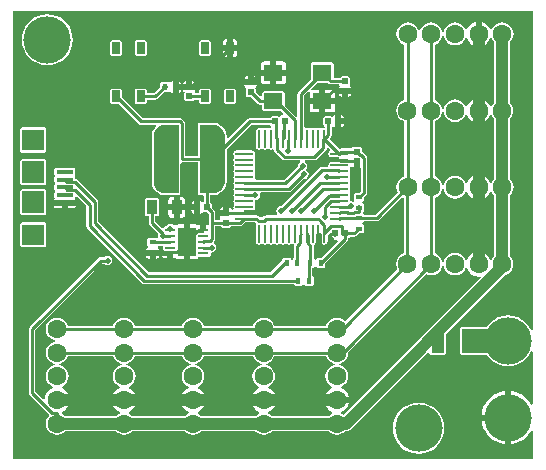
<source format=gtl>
G04 Layer_Physical_Order=1*
G04 Layer_Color=255*
%FSAX25Y25*%
%MOIN*%
G70*
G01*
G75*
%ADD10R,0.01772X0.02165*%
%ADD11R,0.02165X0.01772*%
%ADD12R,0.02047X0.01968*%
%ADD13R,0.02559X0.03937*%
G04:AMPARAMS|DCode=14|XSize=82.68mil|YSize=228.35mil|CornerRadius=41.34mil|HoleSize=0mil|Usage=FLASHONLY|Rotation=0.000|XOffset=0mil|YOffset=0mil|HoleType=Round|Shape=RoundedRectangle|*
%AMROUNDEDRECTD14*
21,1,0.08268,0.14567,0,0,0.0*
21,1,0.00000,0.22835,0,0,0.0*
1,1,0.08268,0.00000,-0.07283*
1,1,0.08268,0.00000,-0.07283*
1,1,0.08268,0.00000,0.07283*
1,1,0.08268,0.00000,0.07283*
%
%ADD14ROUNDEDRECTD14*%
%ADD15R,0.03543X0.04724*%
%ADD16R,0.03543X0.00984*%
%ADD17R,0.05866X0.09449*%
%ADD18R,0.06300X0.05500*%
%ADD19R,0.01968X0.02047*%
%ADD20O,0.06102X0.00984*%
%ADD21O,0.00984X0.06102*%
%ADD22R,0.07500X0.07500*%
%ADD23R,0.07500X0.07100*%
%ADD24R,0.05600X0.01400*%
%ADD25R,0.04331X0.07874*%
%ADD26C,0.01000*%
%ADD27C,0.03937*%
%ADD28C,0.07874*%
%ADD29C,0.15748*%
%ADD30C,0.06300*%
%ADD31C,0.02000*%
G36*
X0437378Y0151250D02*
X0436878Y0151125D01*
X0436214Y0152368D01*
X0435155Y0153659D01*
X0433864Y0154718D01*
X0432392Y0155505D01*
X0430795Y0155989D01*
X0429134Y0156153D01*
X0427473Y0155989D01*
X0425875Y0155505D01*
X0424403Y0154718D01*
X0423113Y0153659D01*
X0422054Y0152368D01*
X0421971Y0152214D01*
X0418110D01*
X0418071Y0152209D01*
X0418034Y0152224D01*
X0413703D01*
X0413244Y0152034D01*
X0413054Y0151575D01*
Y0143701D01*
X0413244Y0143242D01*
X0413703Y0143051D01*
X0418034D01*
X0418071Y0143067D01*
X0418110Y0143062D01*
X0421971D01*
X0422054Y0142907D01*
X0423113Y0141617D01*
X0424403Y0140558D01*
X0425875Y0139771D01*
X0427473Y0139286D01*
X0429134Y0139123D01*
X0430795Y0139286D01*
X0432392Y0139771D01*
X0433864Y0140558D01*
X0435155Y0141617D01*
X0436214Y0142907D01*
X0436878Y0144150D01*
X0437378Y0144025D01*
Y0126508D01*
X0436878Y0126383D01*
X0436548Y0127001D01*
X0435439Y0128352D01*
X0434088Y0129461D01*
X0432546Y0130285D01*
X0430873Y0130793D01*
X0430134Y0130866D01*
Y0122047D01*
Y0113229D01*
X0430873Y0113302D01*
X0432546Y0113809D01*
X0434088Y0114633D01*
X0435439Y0115742D01*
X0436548Y0117093D01*
X0436878Y0117711D01*
X0437378Y0117586D01*
Y0108322D01*
X0264122D01*
Y0257478D01*
X0437378D01*
Y0151250D01*
D02*
G37*
%LPC*%
G36*
X0317701Y0195508D02*
X0316929D01*
X0316539Y0195430D01*
X0316208Y0195209D01*
X0315987Y0194878D01*
X0315910Y0194488D01*
Y0193126D01*
X0317701D01*
Y0195508D01*
D02*
G37*
G36*
X0320472D02*
X0319701D01*
Y0193126D01*
X0321492D01*
Y0194488D01*
X0321414Y0194878D01*
X0321193Y0195209D01*
X0320863Y0195430D01*
X0320472Y0195508D01*
D02*
G37*
G36*
X0280366Y0192660D02*
X0277606D01*
X0277624Y0192570D01*
X0277845Y0192239D01*
X0278176Y0192018D01*
X0278566Y0191940D01*
X0280366D01*
Y0192660D01*
D02*
G37*
G36*
X0285126D02*
X0282366D01*
Y0191940D01*
X0284166D01*
X0284556Y0192018D01*
X0284887Y0192239D01*
X0285108Y0192570D01*
X0285126Y0192660D01*
D02*
G37*
G36*
X0324551Y0194166D02*
X0324177Y0194091D01*
X0323846Y0193870D01*
X0323625Y0193540D01*
X0323547Y0193149D01*
Y0193126D01*
X0324551D01*
Y0194166D01*
D02*
G37*
G36*
X0274616Y0208259D02*
X0267116D01*
X0266657Y0208069D01*
X0266467Y0207610D01*
Y0200110D01*
X0266657Y0199651D01*
X0267116Y0199460D01*
X0274616D01*
X0275075Y0199651D01*
X0275266Y0200110D01*
Y0207610D01*
X0275075Y0208069D01*
X0274616Y0208259D01*
D02*
G37*
G36*
X0366205Y0226533D02*
X0363035D01*
Y0224783D01*
X0363113Y0224393D01*
X0363334Y0224062D01*
X0363665Y0223841D01*
X0364055Y0223764D01*
X0366205D01*
Y0226533D01*
D02*
G37*
G36*
X0371375D02*
X0368205D01*
Y0223764D01*
X0370355D01*
X0370745Y0223841D01*
X0371076Y0224062D01*
X0371297Y0224393D01*
X0371375Y0224783D01*
Y0226533D01*
D02*
G37*
G36*
X0373480Y0222906D02*
Y0221866D01*
X0374484D01*
Y0221890D01*
X0374406Y0222280D01*
X0374185Y0222611D01*
X0373855Y0222832D01*
X0373480Y0222906D01*
D02*
G37*
G36*
X0274616Y0218808D02*
X0267116D01*
X0266657Y0218617D01*
X0266467Y0218158D01*
Y0211058D01*
X0266657Y0210599D01*
X0267116Y0210409D01*
X0274616D01*
X0275075Y0210599D01*
X0275266Y0211058D01*
Y0218158D01*
X0275075Y0218617D01*
X0274616Y0218808D01*
D02*
G37*
G36*
X0374484Y0219866D02*
X0373480D01*
Y0218826D01*
X0373855Y0218901D01*
X0374185Y0219122D01*
X0374406Y0219452D01*
X0374484Y0219843D01*
Y0219866D01*
D02*
G37*
G36*
X0324551Y0191126D02*
X0323547D01*
Y0191102D01*
X0323625Y0190712D01*
X0323846Y0190381D01*
X0324177Y0190160D01*
X0324551Y0190086D01*
Y0191126D01*
D02*
G37*
G36*
X0309630Y0175969D02*
X0308550D01*
X0308605Y0175692D01*
X0308826Y0175362D01*
X0309157Y0175141D01*
X0309547Y0175063D01*
X0309630D01*
Y0175969D01*
D02*
G37*
G36*
X0312709D02*
X0311630D01*
Y0175063D01*
X0311713D01*
X0312103Y0175141D01*
X0312434Y0175362D01*
X0312655Y0175692D01*
X0312709Y0175969D01*
D02*
G37*
G36*
X0428134Y0130866D02*
X0427394Y0130793D01*
X0425722Y0130285D01*
X0424180Y0129461D01*
X0422829Y0128352D01*
X0421720Y0127001D01*
X0420896Y0125460D01*
X0420388Y0123787D01*
X0420315Y0123047D01*
X0428134D01*
Y0130866D01*
D02*
G37*
G36*
X0399300Y0127015D02*
X0397639Y0126851D01*
X0396041Y0126367D01*
X0394569Y0125580D01*
X0393279Y0124521D01*
X0392220Y0123231D01*
X0391433Y0121758D01*
X0390949Y0120161D01*
X0390785Y0118500D01*
X0390949Y0116839D01*
X0391433Y0115242D01*
X0392220Y0113769D01*
X0393279Y0112479D01*
X0394569Y0111420D01*
X0396041Y0110633D01*
X0397639Y0110149D01*
X0399300Y0109985D01*
X0400961Y0110149D01*
X0402559Y0110633D01*
X0404031Y0111420D01*
X0405321Y0112479D01*
X0406380Y0113769D01*
X0407167Y0115242D01*
X0407651Y0116839D01*
X0407815Y0118500D01*
X0407651Y0120161D01*
X0407167Y0121758D01*
X0406380Y0123231D01*
X0405321Y0124521D01*
X0404031Y0125580D01*
X0402559Y0126367D01*
X0400961Y0126851D01*
X0399300Y0127015D01*
D02*
G37*
G36*
X0428134Y0121047D02*
X0420315D01*
X0420388Y0120308D01*
X0420896Y0118635D01*
X0421720Y0117093D01*
X0422829Y0115742D01*
X0424180Y0114633D01*
X0425722Y0113809D01*
X0427394Y0113302D01*
X0428134Y0113229D01*
Y0121047D01*
D02*
G37*
G36*
X0315555Y0175772D02*
X0313920D01*
X0314062Y0175559D01*
X0314393Y0175338D01*
X0314783Y0175260D01*
X0315555D01*
Y0175772D01*
D02*
G37*
G36*
X0321492Y0191126D02*
X0319701D01*
Y0188744D01*
X0320472D01*
X0320863Y0188822D01*
X0321193Y0189043D01*
X0321414Y0189374D01*
X0321492Y0189764D01*
Y0191126D01*
D02*
G37*
G36*
X0274616Y0198259D02*
X0267116D01*
X0266657Y0198069D01*
X0266467Y0197610D01*
Y0190110D01*
X0266657Y0189651D01*
X0267116Y0189460D01*
X0274616D01*
X0275075Y0189651D01*
X0275266Y0190110D01*
Y0197610D01*
X0275075Y0198069D01*
X0274616Y0198259D01*
D02*
G37*
G36*
X0317701Y0191126D02*
X0315910D01*
Y0189764D01*
X0315987Y0189374D01*
X0316208Y0189043D01*
X0316539Y0188822D01*
X0316929Y0188744D01*
X0317701D01*
Y0191126D01*
D02*
G37*
G36*
X0274616Y0187259D02*
X0267116D01*
X0266657Y0187069D01*
X0266467Y0186610D01*
Y0179510D01*
X0266657Y0179051D01*
X0267116Y0178860D01*
X0274616D01*
X0275075Y0179051D01*
X0275266Y0179510D01*
Y0186610D01*
X0275075Y0187069D01*
X0274616Y0187259D01*
D02*
G37*
G36*
X0312205Y0195138D02*
X0308662D01*
X0308202Y0194947D01*
X0308012Y0194488D01*
Y0189764D01*
X0308202Y0189304D01*
X0308662Y0189114D01*
X0309312D01*
Y0186948D01*
X0309312Y0186948D01*
X0309397Y0186519D01*
X0309640Y0186155D01*
X0312491Y0183304D01*
X0312490Y0183301D01*
X0312366Y0182677D01*
X0312455Y0182227D01*
X0312024Y0181918D01*
X0311713Y0182047D01*
X0309547D01*
X0309088Y0181857D01*
X0308898Y0181398D01*
Y0179626D01*
X0309043Y0179276D01*
X0309079Y0179126D01*
X0308973Y0178673D01*
X0308826Y0178575D01*
X0308605Y0178244D01*
X0308550Y0177969D01*
X0310630D01*
X0312709D01*
X0312655Y0178244D01*
X0312434Y0178575D01*
X0312383Y0179125D01*
X0312560Y0179390D01*
X0314029D01*
X0314134Y0179232D01*
Y0178248D01*
X0314204Y0178079D01*
X0314062Y0177985D01*
X0313920Y0177772D01*
X0314365D01*
X0314783Y0177599D01*
X0316555D01*
Y0176772D01*
X0317555D01*
Y0175260D01*
X0318327D01*
X0318387Y0175272D01*
X0318393Y0175263D01*
X0318724Y0175042D01*
X0319114Y0174965D01*
X0321047D01*
Y0180709D01*
Y0186453D01*
X0319114D01*
X0318724Y0186375D01*
X0318393Y0186154D01*
X0318354Y0186096D01*
X0317755Y0186093D01*
X0317688Y0186193D01*
X0317159Y0186546D01*
X0316535Y0186670D01*
X0315911Y0186546D01*
X0315381Y0186193D01*
X0315110Y0185787D01*
X0314783D01*
X0314324Y0185597D01*
X0314252Y0185423D01*
X0313672Y0185295D01*
X0311555Y0187413D01*
Y0189114D01*
X0312205D01*
X0312664Y0189304D01*
X0312854Y0189764D01*
Y0194488D01*
X0312664Y0194947D01*
X0312205Y0195138D01*
D02*
G37*
G36*
X0337697Y0231752D02*
X0335138D01*
X0334679Y0231562D01*
X0334488Y0231102D01*
Y0227165D01*
X0334679Y0226706D01*
X0335138Y0226516D01*
X0337697D01*
X0338156Y0226706D01*
X0338346Y0227165D01*
Y0231102D01*
X0338156Y0231562D01*
X0337697Y0231752D01*
D02*
G37*
G36*
X0354055Y0240803D02*
X0351905D01*
Y0238033D01*
X0355075D01*
Y0239783D01*
X0354997Y0240174D01*
X0354776Y0240504D01*
X0354445Y0240725D01*
X0354055Y0240803D01*
D02*
G37*
G36*
X0275590Y0256546D02*
X0273929Y0256383D01*
X0272332Y0255898D01*
X0270860Y0255112D01*
X0269569Y0254052D01*
X0268511Y0252762D01*
X0267724Y0251290D01*
X0267239Y0249693D01*
X0267075Y0248031D01*
X0267239Y0246370D01*
X0267724Y0244773D01*
X0268511Y0243301D01*
X0269569Y0242010D01*
X0270860Y0240951D01*
X0272332Y0240165D01*
X0273929Y0239680D01*
X0275590Y0239516D01*
X0277252Y0239680D01*
X0278849Y0240165D01*
X0280321Y0240951D01*
X0281612Y0242010D01*
X0282670Y0243301D01*
X0283457Y0244773D01*
X0283942Y0246370D01*
X0284106Y0248031D01*
X0283942Y0249693D01*
X0283457Y0251290D01*
X0282670Y0252762D01*
X0281612Y0254052D01*
X0280321Y0255112D01*
X0278849Y0255898D01*
X0277252Y0256383D01*
X0275590Y0256546D01*
D02*
G37*
G36*
X0335417Y0244276D02*
X0334118D01*
Y0243307D01*
X0334196Y0242917D01*
X0334417Y0242586D01*
X0334748Y0242365D01*
X0335138Y0242288D01*
X0335417D01*
Y0244276D01*
D02*
G37*
G36*
X0349905Y0240803D02*
X0347755D01*
X0347365Y0240725D01*
X0347034Y0240504D01*
X0346813Y0240174D01*
X0346736Y0239783D01*
Y0238033D01*
X0349905D01*
Y0240803D01*
D02*
G37*
G36*
X0317307Y0234363D02*
X0317031Y0234308D01*
X0316700Y0234087D01*
X0316602Y0233941D01*
X0316149Y0233835D01*
X0316000Y0233870D01*
X0315650Y0234016D01*
X0313878D01*
X0313419Y0233825D01*
X0313229Y0233366D01*
Y0232767D01*
X0313132Y0232283D01*
X0313140Y0232246D01*
X0311150Y0230255D01*
X0308622D01*
Y0231102D01*
X0308432Y0231562D01*
X0307973Y0231752D01*
X0305413D01*
X0304954Y0231562D01*
X0304764Y0231102D01*
Y0227165D01*
X0304954Y0226706D01*
X0305413Y0226516D01*
X0307973D01*
X0308432Y0226706D01*
X0308622Y0227165D01*
Y0228012D01*
X0311614D01*
X0311614Y0228012D01*
X0312043Y0228098D01*
X0312407Y0228341D01*
X0314618Y0230551D01*
X0315650D01*
X0316000Y0230697D01*
X0316149Y0230732D01*
X0316602Y0230626D01*
X0316700Y0230480D01*
X0317031Y0230259D01*
X0317307Y0230204D01*
Y0232283D01*
Y0234363D01*
D02*
G37*
G36*
X0342307Y0235901D02*
X0342284D01*
X0341893Y0235824D01*
X0341563Y0235603D01*
X0341341Y0235272D01*
X0341267Y0234898D01*
X0342307D01*
Y0235901D01*
D02*
G37*
G36*
X0344331D02*
X0344307D01*
Y0234898D01*
X0345347D01*
X0345273Y0235272D01*
X0345052Y0235603D01*
X0344721Y0235824D01*
X0344331Y0235901D01*
D02*
G37*
G36*
X0420317Y0254054D02*
Y0250000D01*
Y0245946D01*
X0420401Y0245957D01*
X0421410Y0246375D01*
X0422277Y0247040D01*
X0422942Y0247907D01*
X0423200Y0248530D01*
X0423741D01*
X0423916Y0248109D01*
X0424517Y0247325D01*
X0424601Y0247261D01*
Y0227168D01*
X0424491Y0227084D01*
X0423890Y0226301D01*
X0423715Y0225880D01*
X0423174D01*
X0422916Y0226502D01*
X0422251Y0227369D01*
X0421384Y0228034D01*
X0420375Y0228453D01*
X0420291Y0228464D01*
Y0224409D01*
Y0220355D01*
X0420375Y0220366D01*
X0421384Y0220784D01*
X0422251Y0221450D01*
X0422916Y0222317D01*
X0423174Y0222939D01*
X0423715D01*
X0423890Y0222518D01*
X0424491Y0221735D01*
X0424601Y0221651D01*
Y0201558D01*
X0424517Y0201494D01*
X0423916Y0200710D01*
X0423741Y0200289D01*
X0423200D01*
X0422942Y0200912D01*
X0422277Y0201779D01*
X0421410Y0202444D01*
X0420401Y0202862D01*
X0420317Y0202873D01*
Y0198819D01*
Y0194765D01*
X0420401Y0194776D01*
X0421410Y0195194D01*
X0422277Y0195859D01*
X0422942Y0196726D01*
X0423200Y0197349D01*
X0423741D01*
X0423916Y0196928D01*
X0424517Y0196144D01*
X0424601Y0196080D01*
Y0175987D01*
X0424491Y0175903D01*
X0423890Y0175120D01*
X0423715Y0174699D01*
X0423174D01*
X0422916Y0175321D01*
X0422251Y0176188D01*
X0421384Y0176853D01*
X0420375Y0177272D01*
X0420291Y0177283D01*
Y0173228D01*
X0418291D01*
Y0177283D01*
X0418208Y0177272D01*
X0417199Y0176853D01*
X0416332Y0176188D01*
X0415666Y0175321D01*
X0415409Y0174699D01*
X0414867D01*
X0414693Y0175120D01*
X0414092Y0175903D01*
X0413309Y0176504D01*
X0412396Y0176882D01*
X0411417Y0177011D01*
X0410438Y0176882D01*
X0409526Y0176504D01*
X0408743Y0175903D01*
X0408142Y0175120D01*
X0407764Y0174207D01*
X0407720Y0173870D01*
X0407215D01*
X0407171Y0174207D01*
X0406793Y0175120D01*
X0406192Y0175903D01*
X0405409Y0176504D01*
X0404665Y0176812D01*
Y0195225D01*
X0405435Y0195543D01*
X0406218Y0196144D01*
X0406819Y0196928D01*
X0407197Y0197840D01*
X0407241Y0198177D01*
X0407746D01*
X0407790Y0197840D01*
X0408168Y0196928D01*
X0408769Y0196144D01*
X0409552Y0195543D01*
X0410464Y0195166D01*
X0411443Y0195037D01*
X0412422Y0195166D01*
X0413335Y0195543D01*
X0414118Y0196144D01*
X0414719Y0196928D01*
X0414893Y0197349D01*
X0415435D01*
X0415692Y0196726D01*
X0416358Y0195859D01*
X0417225Y0195194D01*
X0418234Y0194776D01*
X0418317Y0194765D01*
Y0198819D01*
Y0202873D01*
X0418234Y0202862D01*
X0417225Y0202444D01*
X0416358Y0201779D01*
X0415692Y0200912D01*
X0415435Y0200289D01*
X0414893D01*
X0414719Y0200710D01*
X0414118Y0201494D01*
X0413335Y0202095D01*
X0412422Y0202472D01*
X0411443Y0202601D01*
X0410464Y0202472D01*
X0409552Y0202095D01*
X0408769Y0201494D01*
X0408168Y0200710D01*
X0407790Y0199798D01*
X0407746Y0199461D01*
X0407241D01*
X0407197Y0199798D01*
X0406819Y0200710D01*
X0406218Y0201494D01*
X0405435Y0202095D01*
X0404639Y0202424D01*
Y0220815D01*
X0405409Y0221134D01*
X0406192Y0221735D01*
X0406793Y0222518D01*
X0407171Y0223430D01*
X0407215Y0223767D01*
X0407720D01*
X0407764Y0223430D01*
X0408142Y0222518D01*
X0408743Y0221735D01*
X0409526Y0221134D01*
X0410438Y0220756D01*
X0411417Y0220627D01*
X0412396Y0220756D01*
X0413309Y0221134D01*
X0414092Y0221735D01*
X0414693Y0222518D01*
X0414867Y0222939D01*
X0415409D01*
X0415666Y0222317D01*
X0416332Y0221450D01*
X0417199Y0220784D01*
X0418208Y0220366D01*
X0418291Y0220355D01*
Y0224409D01*
Y0228464D01*
X0418208Y0228453D01*
X0417199Y0228034D01*
X0416332Y0227369D01*
X0415666Y0226502D01*
X0415409Y0225880D01*
X0414867D01*
X0414693Y0226301D01*
X0414092Y0227084D01*
X0413309Y0227685D01*
X0412396Y0228063D01*
X0411417Y0228192D01*
X0410438Y0228063D01*
X0409526Y0227685D01*
X0408743Y0227084D01*
X0408142Y0226301D01*
X0407764Y0225388D01*
X0407720Y0225051D01*
X0407215D01*
X0407171Y0225388D01*
X0406793Y0226301D01*
X0406192Y0227084D01*
X0405409Y0227685D01*
X0404665Y0227993D01*
Y0246406D01*
X0405435Y0246724D01*
X0406218Y0247325D01*
X0406819Y0248109D01*
X0407197Y0249021D01*
X0407241Y0249358D01*
X0407746D01*
X0407790Y0249021D01*
X0408168Y0248109D01*
X0408769Y0247325D01*
X0409552Y0246724D01*
X0410464Y0246346D01*
X0411443Y0246218D01*
X0412422Y0246346D01*
X0413335Y0246724D01*
X0414118Y0247325D01*
X0414719Y0248109D01*
X0414893Y0248530D01*
X0415435D01*
X0415692Y0247907D01*
X0416358Y0247040D01*
X0417225Y0246375D01*
X0418234Y0245957D01*
X0418317Y0245946D01*
Y0250000D01*
Y0254054D01*
X0418234Y0254043D01*
X0417225Y0253625D01*
X0416358Y0252960D01*
X0415692Y0252093D01*
X0415435Y0251470D01*
X0414893D01*
X0414719Y0251891D01*
X0414118Y0252675D01*
X0413335Y0253276D01*
X0412422Y0253654D01*
X0411443Y0253782D01*
X0410464Y0253654D01*
X0409552Y0253276D01*
X0408769Y0252675D01*
X0408168Y0251891D01*
X0407790Y0250979D01*
X0407746Y0250642D01*
X0407241D01*
X0407197Y0250979D01*
X0406819Y0251891D01*
X0406218Y0252675D01*
X0405435Y0253276D01*
X0404522Y0253654D01*
X0403543Y0253782D01*
X0402564Y0253654D01*
X0401652Y0253276D01*
X0400869Y0252675D01*
X0400268Y0251891D01*
X0399890Y0250979D01*
X0399846Y0250642D01*
X0399341D01*
X0399297Y0250979D01*
X0398919Y0251891D01*
X0398318Y0252675D01*
X0397535Y0253276D01*
X0396622Y0253654D01*
X0395643Y0253782D01*
X0394664Y0253654D01*
X0393752Y0253276D01*
X0392969Y0252675D01*
X0392368Y0251891D01*
X0391990Y0250979D01*
X0391861Y0250000D01*
X0391990Y0249021D01*
X0392368Y0248109D01*
X0392969Y0247325D01*
X0393752Y0246724D01*
X0394522Y0246406D01*
Y0228015D01*
X0393726Y0227685D01*
X0392943Y0227084D01*
X0392342Y0226301D01*
X0391964Y0225388D01*
X0391835Y0224409D01*
X0391964Y0223430D01*
X0392342Y0222518D01*
X0392943Y0221735D01*
X0393726Y0221134D01*
X0394522Y0220804D01*
Y0202413D01*
X0393752Y0202095D01*
X0392969Y0201494D01*
X0392368Y0200710D01*
X0391990Y0199798D01*
X0391861Y0198819D01*
X0391990Y0197840D01*
X0392309Y0197070D01*
X0384942Y0189704D01*
X0381162D01*
X0381069Y0189928D01*
X0380949Y0189978D01*
X0380930Y0189993D01*
Y0190526D01*
X0381069Y0190584D01*
X0381260Y0191043D01*
Y0192815D01*
X0381069Y0193274D01*
X0380610Y0193464D01*
Y0193937D01*
X0381069Y0194127D01*
X0381260Y0194587D01*
Y0195618D01*
X0381895Y0196254D01*
X0381895Y0196254D01*
X0382138Y0196618D01*
X0382224Y0197047D01*
X0382224Y0197047D01*
Y0208642D01*
X0382224Y0208642D01*
X0382138Y0209071D01*
X0381895Y0209435D01*
X0381895Y0209435D01*
X0381013Y0210318D01*
X0380649Y0210561D01*
X0380413Y0210608D01*
Y0211654D01*
X0380223Y0212113D01*
X0379764Y0212303D01*
X0377717D01*
X0377257Y0212113D01*
X0377124Y0211791D01*
X0373563D01*
X0373134Y0211706D01*
X0372966Y0211593D01*
X0369499Y0215059D01*
X0370045Y0215604D01*
X0370045Y0215604D01*
X0370288Y0215968D01*
X0370374Y0216398D01*
X0370374Y0216398D01*
Y0218834D01*
X0370520Y0218939D01*
X0370874Y0219056D01*
X0371106Y0218901D01*
X0371480Y0218826D01*
Y0220866D01*
Y0222906D01*
X0371106Y0222832D01*
X0370775Y0222611D01*
X0370621Y0222380D01*
X0370236Y0222539D01*
X0368268D01*
X0367809Y0222349D01*
X0367618Y0221890D01*
Y0219843D01*
X0367809Y0219383D01*
X0367932Y0219332D01*
X0367982Y0218788D01*
X0367913Y0218732D01*
X0367487Y0218647D01*
X0367269Y0218501D01*
X0366929Y0218441D01*
X0366589Y0218501D01*
X0366371Y0218647D01*
X0365945Y0218732D01*
X0365519Y0218647D01*
X0365301Y0218501D01*
X0364961Y0218441D01*
X0364620Y0218501D01*
X0364403Y0218647D01*
X0363976Y0218732D01*
X0363550Y0218647D01*
X0363333Y0218501D01*
X0362992Y0218441D01*
X0362652Y0218501D01*
X0362434Y0218647D01*
X0362008Y0218732D01*
X0361661Y0218663D01*
X0361396Y0218788D01*
X0361161Y0218967D01*
Y0229403D01*
X0362602Y0230844D01*
X0363085Y0230672D01*
X0363107Y0230642D01*
X0363035Y0230283D01*
Y0228533D01*
X0366205D01*
Y0231303D01*
X0364055D01*
X0363697Y0231232D01*
X0363666Y0231254D01*
X0363495Y0231737D01*
X0365392Y0233634D01*
X0369018D01*
X0369193Y0233459D01*
X0369193Y0233459D01*
X0369557Y0233216D01*
X0369987Y0233130D01*
X0372771D01*
X0372877Y0232983D01*
X0372993Y0232630D01*
X0372837Y0232398D01*
X0372763Y0232024D01*
X0374803D01*
X0376843D01*
X0376769Y0232398D01*
X0376548Y0232729D01*
X0376317Y0232883D01*
X0376476Y0233268D01*
Y0235236D01*
X0376286Y0235695D01*
X0375827Y0235886D01*
X0373780D01*
X0373320Y0235695D01*
X0373187Y0235373D01*
X0371005D01*
Y0239783D01*
X0370814Y0240243D01*
X0370355Y0240433D01*
X0364055D01*
X0363596Y0240243D01*
X0363406Y0239783D01*
Y0234820D01*
X0359246Y0230661D01*
X0359003Y0230297D01*
X0358918Y0229868D01*
X0358918Y0229868D01*
Y0222569D01*
X0358418Y0222362D01*
X0354705Y0226075D01*
Y0230283D01*
X0354514Y0230743D01*
X0354055Y0230933D01*
X0347755D01*
X0347296Y0230743D01*
X0347106Y0230283D01*
Y0229164D01*
X0346606Y0228957D01*
X0344980Y0230582D01*
Y0231654D01*
X0344821Y0232038D01*
X0345052Y0232192D01*
X0345273Y0232523D01*
X0345347Y0232898D01*
X0343307D01*
X0341267D01*
X0341341Y0232523D01*
X0341563Y0232192D01*
X0341793Y0232038D01*
X0341634Y0231654D01*
Y0229685D01*
X0341824Y0229226D01*
X0342284Y0229036D01*
X0343355D01*
X0345650Y0226740D01*
X0345650Y0226740D01*
X0346014Y0226497D01*
X0346443Y0226412D01*
X0347106D01*
Y0224783D01*
X0347296Y0224324D01*
X0347755Y0224134D01*
X0353473D01*
X0354236Y0223371D01*
X0354045Y0222909D01*
X0353780D01*
X0353389Y0222832D01*
X0353059Y0222611D01*
X0352904Y0222380D01*
X0352520Y0222539D01*
X0350551D01*
X0350092Y0222349D01*
X0349942Y0221988D01*
X0343110D01*
X0343110Y0221988D01*
X0342681Y0221902D01*
X0342317Y0221659D01*
X0342317Y0221659D01*
X0335757Y0215099D01*
X0335295Y0215290D01*
Y0216136D01*
X0335270Y0216197D01*
X0335283Y0216262D01*
X0335131Y0217023D01*
X0335094Y0217078D01*
X0335094Y0217145D01*
X0334798Y0217861D01*
X0334751Y0217908D01*
X0334738Y0217973D01*
X0334307Y0218618D01*
X0334252Y0218655D01*
X0334226Y0218717D01*
X0333678Y0219265D01*
X0333616Y0219290D01*
X0333580Y0219346D01*
X0332935Y0219777D01*
X0332870Y0219790D01*
X0332823Y0219837D01*
X0332106Y0220134D01*
X0332040Y0220134D01*
X0331984Y0220171D01*
X0331224Y0220322D01*
X0331159Y0220309D01*
X0331097Y0220335D01*
X0330709Y0220335D01*
X0330709Y0220335D01*
X0330709Y0220335D01*
X0326378Y0220334D01*
X0326149Y0220239D01*
X0325919Y0220144D01*
X0325919Y0220144D01*
X0325919Y0220144D01*
X0325823Y0219913D01*
X0325729Y0219685D01*
Y0209389D01*
X0321513D01*
Y0220141D01*
X0321427Y0220570D01*
X0321184Y0220934D01*
X0321184Y0220934D01*
X0320540Y0221578D01*
X0320176Y0221821D01*
X0319747Y0221907D01*
X0319747Y0221907D01*
X0307239D01*
X0300354Y0228791D01*
Y0231102D01*
X0300164Y0231562D01*
X0299705Y0231752D01*
X0297146D01*
X0296686Y0231562D01*
X0296496Y0231102D01*
Y0227165D01*
X0296686Y0226706D01*
X0297146Y0226516D01*
X0299457D01*
X0305981Y0219992D01*
X0305981Y0219992D01*
X0306345Y0219749D01*
X0306774Y0219664D01*
X0306774Y0219664D01*
X0311734D01*
X0311745Y0219650D01*
X0311754Y0219637D01*
X0311890Y0219163D01*
X0311443Y0218717D01*
X0311418Y0218655D01*
X0311363Y0218618D01*
X0310932Y0217974D01*
X0310919Y0217909D01*
X0310872Y0217862D01*
X0310575Y0217145D01*
Y0217078D01*
X0310538Y0217023D01*
X0310387Y0216263D01*
X0310400Y0216197D01*
X0310374Y0216136D01*
X0310374Y0215748D01*
X0310374Y0200787D01*
X0310374Y0200787D01*
X0310374Y0200787D01*
X0310374Y0200399D01*
X0310400Y0200338D01*
X0310387Y0200273D01*
X0310538Y0199512D01*
X0310575Y0199457D01*
Y0199390D01*
X0310872Y0198674D01*
X0310919Y0198627D01*
X0310932Y0198562D01*
X0311363Y0197917D01*
X0311418Y0197880D01*
X0311443Y0197818D01*
X0311992Y0197270D01*
X0312053Y0197245D01*
X0312090Y0197189D01*
X0312735Y0196758D01*
X0312800Y0196746D01*
X0312847Y0196698D01*
X0313564Y0196402D01*
X0313630D01*
X0313686Y0196365D01*
X0314446Y0196214D01*
X0314512Y0196227D01*
X0314573Y0196201D01*
X0314961Y0196201D01*
X0319291Y0196201D01*
X0319291Y0196201D01*
X0319718Y0196378D01*
X0319750Y0196391D01*
Y0196391D01*
X0319751D01*
X0319752Y0196394D01*
X0319941Y0196850D01*
X0319941Y0196850D01*
Y0206726D01*
X0320391Y0207146D01*
X0325729D01*
Y0196850D01*
X0325729Y0196850D01*
X0325903Y0196430D01*
X0325919Y0196391D01*
X0325919D01*
Y0196391D01*
X0325922Y0196390D01*
X0326378Y0196201D01*
X0326378Y0196201D01*
X0327304Y0196201D01*
X0327658Y0195847D01*
Y0194158D01*
X0327511Y0194053D01*
X0327158Y0193936D01*
X0326926Y0194091D01*
X0326551Y0194166D01*
Y0192126D01*
Y0190086D01*
X0326926Y0190160D01*
X0327256Y0190381D01*
X0327411Y0190612D01*
X0327795Y0190453D01*
X0328866D01*
X0329290Y0190030D01*
Y0187008D01*
X0329290Y0187008D01*
X0329290Y0187008D01*
Y0186157D01*
X0328539D01*
Y0184646D01*
X0326539D01*
Y0186157D01*
X0325768D01*
X0325707Y0186145D01*
X0325701Y0186154D01*
X0325371Y0186375D01*
X0324980Y0186453D01*
X0323047D01*
Y0180709D01*
Y0174965D01*
X0324980D01*
X0325371Y0175042D01*
X0325701Y0175263D01*
X0325922Y0175594D01*
X0325929Y0175630D01*
X0329311D01*
X0329770Y0175820D01*
X0329960Y0176280D01*
Y0176818D01*
X0330314Y0177108D01*
X0330939Y0177233D01*
X0331468Y0177586D01*
X0331821Y0178115D01*
X0331946Y0178740D01*
X0331821Y0179364D01*
X0331468Y0179893D01*
X0331108Y0180134D01*
X0330978Y0180710D01*
X0331204Y0180937D01*
X0331204Y0180937D01*
X0331447Y0181300D01*
X0331533Y0181729D01*
X0331533Y0181730D01*
Y0185847D01*
X0333423D01*
X0333556Y0185525D01*
X0334016Y0185335D01*
X0336063D01*
X0336522Y0185525D01*
X0336655Y0185847D01*
X0339823D01*
X0339823Y0185847D01*
X0340252Y0185932D01*
X0340616Y0186176D01*
X0341705Y0187264D01*
X0344794D01*
X0345187Y0186871D01*
X0345187Y0186871D01*
X0345277Y0186420D01*
X0345231Y0186351D01*
X0345146Y0185925D01*
Y0180807D01*
X0345231Y0180381D01*
X0345472Y0180020D01*
X0345834Y0179778D01*
X0346260Y0179694D01*
X0346686Y0179778D01*
X0346904Y0179924D01*
X0347244Y0179985D01*
X0347585Y0179924D01*
X0347802Y0179778D01*
X0348228Y0179694D01*
X0348655Y0179778D01*
X0348872Y0179924D01*
X0349213Y0179985D01*
X0349553Y0179924D01*
X0349771Y0179778D01*
X0350197Y0179694D01*
X0350623Y0179778D01*
X0350841Y0179924D01*
X0351181Y0179985D01*
X0351521Y0179924D01*
X0351739Y0179778D01*
X0352165Y0179694D01*
X0352592Y0179778D01*
X0352809Y0179924D01*
X0353150Y0179985D01*
X0353490Y0179924D01*
X0353708Y0179778D01*
X0354134Y0179694D01*
X0354560Y0179778D01*
X0354778Y0179924D01*
X0355118Y0179985D01*
X0355458Y0179924D01*
X0355676Y0179778D01*
X0356102Y0179694D01*
X0356528Y0179778D01*
X0356746Y0179924D01*
X0357087Y0179985D01*
X0357427Y0179924D01*
X0357645Y0179778D01*
X0357782Y0179572D01*
X0357737Y0179343D01*
X0357737Y0179343D01*
Y0175257D01*
X0357513Y0175164D01*
X0357323Y0174705D01*
X0356850D01*
X0356660Y0175164D01*
X0356201Y0175354D01*
X0354429D01*
X0353970Y0175164D01*
X0353780Y0174705D01*
Y0174289D01*
X0349929Y0170438D01*
X0309302D01*
X0292436Y0187304D01*
Y0193967D01*
X0292436Y0193967D01*
X0292351Y0194396D01*
X0292108Y0194760D01*
X0292108Y0194760D01*
X0285415Y0201453D01*
X0285051Y0201696D01*
X0284816Y0201743D01*
Y0202119D01*
X0284625Y0202578D01*
X0284625Y0202819D01*
X0284816Y0203278D01*
Y0204678D01*
X0284625Y0205137D01*
X0284166Y0205327D01*
X0278566D01*
X0278107Y0205137D01*
X0277917Y0204678D01*
Y0203278D01*
X0278107Y0202819D01*
X0278107Y0202578D01*
X0277917Y0202119D01*
Y0200719D01*
X0278001Y0200516D01*
X0278081Y0200139D01*
X0278001Y0199763D01*
X0277917Y0199560D01*
Y0198160D01*
X0278015Y0197922D01*
X0278081Y0197560D01*
X0278015Y0197197D01*
X0277917Y0196960D01*
Y0195560D01*
X0278057Y0195222D01*
X0277845Y0195081D01*
X0277624Y0194750D01*
X0277606Y0194660D01*
X0285126D01*
X0285108Y0194750D01*
X0284887Y0195081D01*
X0284762Y0195165D01*
X0284867Y0195603D01*
X0285328Y0195767D01*
X0288593Y0192502D01*
Y0185839D01*
X0288593Y0185839D01*
X0288679Y0185410D01*
X0288922Y0185046D01*
X0307044Y0166924D01*
X0307044Y0166923D01*
X0307408Y0166680D01*
X0307837Y0166595D01*
X0357733D01*
X0357907Y0166175D01*
X0358366Y0165984D01*
X0360138D01*
X0360597Y0166175D01*
X0360787Y0166634D01*
X0361260D01*
X0361450Y0166175D01*
X0361909Y0165984D01*
X0363681D01*
X0364140Y0166175D01*
X0364331Y0166634D01*
Y0168799D01*
X0364140Y0169258D01*
X0363917Y0169351D01*
Y0171890D01*
X0364075D01*
X0364534Y0172080D01*
X0364724Y0172539D01*
X0365197D01*
X0365387Y0172080D01*
X0365846Y0171890D01*
X0367618D01*
X0368077Y0172080D01*
X0368267Y0172539D01*
Y0173571D01*
X0375498Y0180801D01*
X0375498Y0180801D01*
X0375741Y0181165D01*
X0375826Y0181595D01*
X0375826Y0181595D01*
Y0181808D01*
X0376247Y0181982D01*
X0376396Y0182343D01*
X0377953D01*
X0377953Y0182343D01*
X0378382Y0182428D01*
X0378746Y0182671D01*
X0379578Y0183504D01*
X0380610D01*
X0381069Y0183694D01*
X0381260Y0184153D01*
Y0185925D01*
X0381069Y0186384D01*
X0380610Y0186574D01*
Y0187047D01*
X0381069Y0187238D01*
X0381162Y0187461D01*
X0385407D01*
X0385407Y0187461D01*
X0385836Y0187546D01*
X0386200Y0187789D01*
X0393895Y0195484D01*
X0394496Y0195235D01*
Y0176823D01*
X0393726Y0176504D01*
X0392943Y0175903D01*
X0392342Y0175120D01*
X0391964Y0174207D01*
X0391835Y0173228D01*
X0391964Y0172249D01*
X0392283Y0171480D01*
X0375081Y0154278D01*
X0374722Y0154301D01*
X0373938Y0154902D01*
X0373026Y0155280D01*
X0372047Y0155409D01*
X0371068Y0155280D01*
X0370156Y0154902D01*
X0369373Y0154301D01*
X0368772Y0153518D01*
X0368453Y0152748D01*
X0351264D01*
X0350945Y0153518D01*
X0350344Y0154301D01*
X0349561Y0154902D01*
X0348648Y0155280D01*
X0347669Y0155409D01*
X0346691Y0155280D01*
X0345778Y0154902D01*
X0344995Y0154301D01*
X0344394Y0153518D01*
X0344075Y0152748D01*
X0327764D01*
X0327445Y0153518D01*
X0326844Y0154301D01*
X0326061Y0154902D01*
X0325148Y0155280D01*
X0324169Y0155409D01*
X0323190Y0155280D01*
X0322278Y0154902D01*
X0321495Y0154301D01*
X0320894Y0153518D01*
X0320575Y0152748D01*
X0304776D01*
X0304457Y0153518D01*
X0303856Y0154301D01*
X0303072Y0154902D01*
X0302160Y0155280D01*
X0301181Y0155409D01*
X0300202Y0155280D01*
X0299290Y0154902D01*
X0298507Y0154301D01*
X0297906Y0153518D01*
X0297587Y0152748D01*
X0282459D01*
X0282140Y0153518D01*
X0281539Y0154301D01*
X0280755Y0154902D01*
X0279843Y0155280D01*
X0278864Y0155409D01*
X0277885Y0155280D01*
X0276973Y0154902D01*
X0276190Y0154301D01*
X0275588Y0153518D01*
X0275211Y0152606D01*
X0275082Y0151627D01*
X0275211Y0150648D01*
X0275588Y0149736D01*
X0276190Y0148952D01*
X0276973Y0148351D01*
X0277885Y0147973D01*
X0278222Y0147929D01*
Y0147425D01*
X0277885Y0147380D01*
X0276973Y0147002D01*
X0276190Y0146401D01*
X0275588Y0145618D01*
X0275211Y0144706D01*
X0275082Y0143727D01*
X0275211Y0142748D01*
X0275588Y0141836D01*
X0276190Y0141052D01*
X0276973Y0140451D01*
X0277885Y0140073D01*
X0278222Y0140029D01*
Y0139525D01*
X0277885Y0139480D01*
X0276973Y0139102D01*
X0276190Y0138501D01*
X0275588Y0137718D01*
X0275211Y0136806D01*
X0275082Y0135827D01*
X0275211Y0134848D01*
X0275588Y0133936D01*
X0276190Y0133152D01*
X0276973Y0132551D01*
X0277394Y0132377D01*
Y0131836D01*
X0276771Y0131578D01*
X0275904Y0130913D01*
X0275239Y0130046D01*
X0274821Y0129036D01*
X0274733Y0128367D01*
X0274205Y0128188D01*
X0271594Y0130799D01*
Y0151110D01*
X0293772Y0173288D01*
X0294461D01*
X0294483Y0173256D01*
X0295012Y0172902D01*
X0295636Y0172778D01*
X0296261Y0172902D01*
X0296790Y0173256D01*
X0297144Y0173785D01*
X0297268Y0174409D01*
X0297144Y0175034D01*
X0296790Y0175563D01*
X0296261Y0175917D01*
X0295636Y0176041D01*
X0295012Y0175917D01*
X0294483Y0175563D01*
X0294461Y0175531D01*
X0293307D01*
X0292878Y0175446D01*
X0292514Y0175203D01*
X0292514Y0175203D01*
X0269679Y0152368D01*
X0269436Y0152004D01*
X0269351Y0151575D01*
X0269351Y0151575D01*
Y0130334D01*
X0269351Y0130334D01*
X0269436Y0129905D01*
X0269679Y0129541D01*
X0275990Y0123230D01*
X0276190Y0122753D01*
X0275588Y0121970D01*
X0275211Y0121058D01*
X0275082Y0120079D01*
X0275211Y0119100D01*
X0275588Y0118188D01*
X0276190Y0117404D01*
X0276973Y0116803D01*
X0277885Y0116425D01*
X0278864Y0116296D01*
X0279843Y0116425D01*
X0280755Y0116803D01*
X0281539Y0117404D01*
X0281603Y0117488D01*
X0298442D01*
X0298507Y0117404D01*
X0299290Y0116803D01*
X0300202Y0116425D01*
X0301181Y0116296D01*
X0302160Y0116425D01*
X0303072Y0116803D01*
X0303856Y0117404D01*
X0303920Y0117488D01*
X0321430D01*
X0321495Y0117404D01*
X0322278Y0116803D01*
X0323190Y0116425D01*
X0324169Y0116296D01*
X0325148Y0116425D01*
X0326061Y0116803D01*
X0326844Y0117404D01*
X0326908Y0117488D01*
X0344931D01*
X0344995Y0117404D01*
X0345778Y0116803D01*
X0346691Y0116425D01*
X0347669Y0116296D01*
X0348648Y0116425D01*
X0349561Y0116803D01*
X0350344Y0117404D01*
X0350408Y0117488D01*
X0369308D01*
X0369373Y0117404D01*
X0370156Y0116803D01*
X0371068Y0116425D01*
X0372047Y0116296D01*
X0373026Y0116425D01*
X0373938Y0116803D01*
X0374722Y0117404D01*
X0374786Y0117488D01*
X0375079D01*
X0375749Y0117576D01*
X0376374Y0117835D01*
X0376911Y0118247D01*
X0402355Y0143692D01*
X0402892Y0143521D01*
X0403008Y0143242D01*
X0403467Y0143051D01*
X0407797D01*
X0408257Y0143242D01*
X0408447Y0143701D01*
Y0149783D01*
X0428305Y0169642D01*
X0429057Y0169953D01*
X0429840Y0170554D01*
X0430441Y0171337D01*
X0430819Y0172249D01*
X0430948Y0173228D01*
X0430819Y0174207D01*
X0430441Y0175120D01*
X0429840Y0175903D01*
X0429782Y0175947D01*
Y0196080D01*
X0429866Y0196144D01*
X0430467Y0196928D01*
X0430845Y0197840D01*
X0430974Y0198819D01*
X0430845Y0199798D01*
X0430467Y0200710D01*
X0429866Y0201494D01*
X0429782Y0201558D01*
Y0221691D01*
X0429840Y0221735D01*
X0430441Y0222518D01*
X0430819Y0223430D01*
X0430948Y0224409D01*
X0430819Y0225388D01*
X0430441Y0226301D01*
X0429840Y0227084D01*
X0429782Y0227128D01*
Y0247261D01*
X0429866Y0247325D01*
X0430467Y0248109D01*
X0430845Y0249021D01*
X0430974Y0250000D01*
X0430845Y0250979D01*
X0430467Y0251891D01*
X0429866Y0252675D01*
X0429083Y0253276D01*
X0428170Y0253654D01*
X0427191Y0253782D01*
X0426212Y0253654D01*
X0425300Y0253276D01*
X0424517Y0252675D01*
X0423916Y0251891D01*
X0423741Y0251470D01*
X0423200D01*
X0422942Y0252093D01*
X0422277Y0252960D01*
X0421410Y0253625D01*
X0420401Y0254043D01*
X0420317Y0254054D01*
D02*
G37*
G36*
X0335417Y0248264D02*
X0335138D01*
X0334748Y0248186D01*
X0334417Y0247965D01*
X0334196Y0247634D01*
X0334118Y0247244D01*
Y0246276D01*
X0335417D01*
Y0248264D01*
D02*
G37*
G36*
X0337697D02*
X0337417D01*
Y0246276D01*
X0338716D01*
Y0247244D01*
X0338639Y0247634D01*
X0338418Y0247965D01*
X0338087Y0248186D01*
X0337697Y0248264D01*
D02*
G37*
G36*
X0329429Y0247894D02*
X0326870D01*
X0326411Y0247703D01*
X0326221Y0247244D01*
Y0243307D01*
X0326411Y0242848D01*
X0326870Y0242658D01*
X0329429D01*
X0329888Y0242848D01*
X0330079Y0243307D01*
Y0247244D01*
X0329888Y0247703D01*
X0329429Y0247894D01*
D02*
G37*
G36*
X0338716Y0244276D02*
X0337417D01*
Y0242288D01*
X0337697D01*
X0338087Y0242365D01*
X0338418Y0242586D01*
X0338639Y0242917D01*
X0338716Y0243307D01*
Y0244276D01*
D02*
G37*
G36*
X0299705Y0247894D02*
X0297146D01*
X0296686Y0247703D01*
X0296496Y0247244D01*
Y0243307D01*
X0296686Y0242848D01*
X0297146Y0242658D01*
X0299705D01*
X0300164Y0242848D01*
X0300354Y0243307D01*
Y0247244D01*
X0300164Y0247703D01*
X0299705Y0247894D01*
D02*
G37*
G36*
X0307973D02*
X0305413D01*
X0304954Y0247703D01*
X0304764Y0247244D01*
Y0243307D01*
X0304954Y0242848D01*
X0305413Y0242658D01*
X0307973D01*
X0308432Y0242848D01*
X0308622Y0243307D01*
Y0247244D01*
X0308432Y0247703D01*
X0307973Y0247894D01*
D02*
G37*
G36*
X0323858Y0234327D02*
X0323835D01*
Y0233323D01*
X0324875D01*
X0324800Y0233697D01*
X0324579Y0234028D01*
X0324248Y0234249D01*
X0323858Y0234327D01*
D02*
G37*
G36*
X0349905Y0236033D02*
X0346736D01*
Y0234283D01*
X0346813Y0233893D01*
X0347034Y0233562D01*
X0347365Y0233341D01*
X0347755Y0233264D01*
X0349905D01*
Y0236033D01*
D02*
G37*
G36*
X0376843Y0230024D02*
X0375803D01*
Y0229020D01*
X0375827D01*
X0376217Y0229097D01*
X0376548Y0229318D01*
X0376769Y0229649D01*
X0376843Y0230024D01*
D02*
G37*
G36*
X0329429Y0231752D02*
X0326870D01*
X0326411Y0231562D01*
X0326221Y0231102D01*
Y0230216D01*
X0324866D01*
X0324761Y0230363D01*
X0324645Y0230716D01*
X0324800Y0230948D01*
X0324875Y0231323D01*
X0322835D01*
X0320795D01*
X0320869Y0230948D01*
X0321090Y0230618D01*
X0321321Y0230463D01*
X0321162Y0230079D01*
Y0228110D01*
X0321352Y0227651D01*
X0321811Y0227461D01*
X0323858D01*
X0324318Y0227651D01*
X0324451Y0227973D01*
X0326221D01*
Y0227165D01*
X0326411Y0226706D01*
X0326870Y0226516D01*
X0329429D01*
X0329888Y0226706D01*
X0330079Y0227165D01*
Y0231102D01*
X0329888Y0231562D01*
X0329429Y0231752D01*
D02*
G37*
G36*
X0320213Y0231283D02*
X0319307D01*
Y0230204D01*
X0319583Y0230259D01*
X0319914Y0230480D01*
X0320135Y0230811D01*
X0320213Y0231201D01*
Y0231283D01*
D02*
G37*
G36*
X0373803Y0230024D02*
X0372763D01*
X0372837Y0229649D01*
X0373059Y0229318D01*
X0373389Y0229097D01*
X0373780Y0229020D01*
X0373803D01*
Y0230024D01*
D02*
G37*
G36*
X0370355Y0231303D02*
X0368205D01*
Y0228533D01*
X0371375D01*
Y0230283D01*
X0371297Y0230674D01*
X0371076Y0231004D01*
X0370745Y0231225D01*
X0370355Y0231303D01*
D02*
G37*
G36*
X0321835Y0234327D02*
X0321811D01*
X0321421Y0234249D01*
X0321090Y0234028D01*
X0320869Y0233697D01*
X0320795Y0233323D01*
X0321835D01*
Y0234327D01*
D02*
G37*
G36*
X0355075Y0236033D02*
X0351905D01*
Y0233264D01*
X0354055D01*
X0354445Y0233341D01*
X0354776Y0233562D01*
X0354997Y0233893D01*
X0355075Y0234283D01*
Y0236033D01*
D02*
G37*
G36*
X0319307Y0234363D02*
Y0233283D01*
X0320213D01*
Y0233366D01*
X0320135Y0233756D01*
X0319914Y0234087D01*
X0319583Y0234308D01*
X0319307Y0234363D01*
D02*
G37*
%LPD*%
G36*
X0350092Y0219383D02*
X0350151Y0219359D01*
X0350249Y0218777D01*
X0350197Y0218732D01*
X0349771Y0218647D01*
X0349553Y0218501D01*
X0349213Y0218441D01*
X0348872Y0218501D01*
X0348655Y0218647D01*
X0348228Y0218732D01*
X0347802Y0218647D01*
X0347585Y0218501D01*
X0347244Y0218441D01*
X0346904Y0218501D01*
X0346686Y0218647D01*
X0346260Y0218732D01*
X0345834Y0218647D01*
X0345472Y0218405D01*
X0345231Y0218044D01*
X0345146Y0217618D01*
Y0212500D01*
X0345231Y0212074D01*
X0345472Y0211713D01*
X0345834Y0211471D01*
X0346260Y0211386D01*
X0346686Y0211471D01*
X0346904Y0211617D01*
X0347244Y0211677D01*
X0347585Y0211617D01*
X0347802Y0211471D01*
X0348228Y0211386D01*
X0348655Y0211471D01*
X0348872Y0211617D01*
X0349213Y0211677D01*
X0349553Y0211617D01*
X0349771Y0211471D01*
X0350197Y0211386D01*
X0350544Y0211455D01*
X0350663Y0211446D01*
X0351091Y0211182D01*
X0351129Y0210988D01*
X0351372Y0210624D01*
X0353866Y0208131D01*
X0353866Y0208131D01*
X0354230Y0207887D01*
X0354659Y0207802D01*
X0359688D01*
X0359840Y0207302D01*
X0359476Y0207059D01*
X0359123Y0206530D01*
X0358999Y0205906D01*
X0359006Y0205868D01*
X0354457Y0201318D01*
X0345148D01*
X0344968Y0201555D01*
X0344844Y0201818D01*
X0344913Y0202165D01*
X0344828Y0202591D01*
X0344683Y0202809D01*
X0344622Y0203150D01*
X0344683Y0203490D01*
X0344828Y0203708D01*
X0344913Y0204134D01*
X0344828Y0204560D01*
X0344683Y0204778D01*
X0344622Y0205118D01*
X0344683Y0205458D01*
X0344828Y0205676D01*
X0344913Y0206102D01*
X0344828Y0206528D01*
X0344683Y0206746D01*
X0344622Y0207087D01*
X0344683Y0207427D01*
X0344828Y0207645D01*
X0344913Y0208071D01*
X0344828Y0208497D01*
X0344683Y0208715D01*
X0344622Y0209055D01*
X0344683Y0209396D01*
X0344828Y0209613D01*
X0344913Y0210039D01*
X0344828Y0210466D01*
X0344587Y0210827D01*
X0344225Y0211068D01*
X0343799Y0211153D01*
X0338681D01*
X0338255Y0211068D01*
X0337894Y0210827D01*
X0337652Y0210466D01*
X0337568Y0210039D01*
X0337652Y0209613D01*
X0337798Y0209396D01*
X0337859Y0209055D01*
X0337798Y0208715D01*
X0337652Y0208497D01*
X0337568Y0208071D01*
X0337652Y0207645D01*
X0337798Y0207427D01*
X0337859Y0207087D01*
X0337798Y0206746D01*
X0337652Y0206528D01*
X0337568Y0206102D01*
X0337652Y0205676D01*
X0337798Y0205458D01*
X0337859Y0205118D01*
X0337798Y0204778D01*
X0337652Y0204560D01*
X0337568Y0204134D01*
X0337652Y0203708D01*
X0337798Y0203490D01*
X0337859Y0203150D01*
X0337798Y0202809D01*
X0337652Y0202591D01*
X0337568Y0202165D01*
X0337652Y0201739D01*
X0337798Y0201521D01*
X0337859Y0201181D01*
X0337798Y0200841D01*
X0337652Y0200623D01*
X0337568Y0200197D01*
X0337652Y0199771D01*
X0337798Y0199553D01*
X0337859Y0199213D01*
X0337798Y0198872D01*
X0337652Y0198654D01*
X0337568Y0198228D01*
X0337652Y0197802D01*
X0337798Y0197584D01*
X0337859Y0197244D01*
X0337798Y0196904D01*
X0337652Y0196686D01*
X0337568Y0196260D01*
X0337652Y0195834D01*
X0337798Y0195616D01*
X0337859Y0195276D01*
X0337798Y0194935D01*
X0337652Y0194718D01*
X0337568Y0194291D01*
X0337652Y0193865D01*
X0337798Y0193648D01*
X0337859Y0193307D01*
X0337798Y0192967D01*
X0337652Y0192749D01*
X0337568Y0192323D01*
X0337652Y0191897D01*
X0337688Y0191844D01*
X0337605Y0191430D01*
X0337557Y0191358D01*
X0337026Y0191463D01*
X0337005Y0191571D01*
X0336784Y0191902D01*
X0336453Y0192123D01*
X0336063Y0192201D01*
X0336039D01*
Y0190197D01*
X0335039D01*
Y0189197D01*
X0332999D01*
X0333074Y0188822D01*
X0333229Y0188590D01*
X0333113Y0188237D01*
X0333008Y0188090D01*
X0331533D01*
Y0190494D01*
X0331533Y0190494D01*
X0331447Y0190924D01*
X0331204Y0191287D01*
X0331204Y0191287D01*
X0330413Y0192078D01*
Y0193149D01*
X0330223Y0193609D01*
X0329901Y0193742D01*
Y0196201D01*
X0330709Y0196201D01*
X0330709Y0196201D01*
X0330709Y0196201D01*
X0331096Y0196201D01*
X0331158Y0196226D01*
X0331223Y0196213D01*
X0331984Y0196365D01*
X0332039Y0196402D01*
X0332106D01*
X0332822Y0196698D01*
X0332869Y0196746D01*
X0332934Y0196758D01*
X0333579Y0197189D01*
X0333616Y0197245D01*
X0333678Y0197270D01*
X0334226Y0197819D01*
X0334251Y0197880D01*
X0334307Y0197917D01*
X0334738Y0198562D01*
X0334751Y0198627D01*
X0334798Y0198674D01*
X0335094Y0199391D01*
Y0199457D01*
X0335131Y0199512D01*
X0335283Y0200273D01*
X0335270Y0200338D01*
X0335295Y0200400D01*
X0335295Y0200787D01*
X0335295Y0200788D01*
X0335295Y0211465D01*
X0343575Y0219745D01*
X0349942D01*
X0350092Y0219383D01*
D02*
G37*
G36*
X0407764Y0172249D02*
X0408142Y0171337D01*
X0408743Y0170554D01*
X0409526Y0169953D01*
X0410438Y0169575D01*
X0411417Y0169446D01*
X0412396Y0169575D01*
X0413309Y0169953D01*
X0414092Y0170554D01*
X0414693Y0171337D01*
X0414867Y0171758D01*
X0415409D01*
X0415666Y0171135D01*
X0416332Y0170269D01*
X0417199Y0169603D01*
X0418208Y0169185D01*
X0419291Y0169043D01*
X0419729Y0169100D01*
X0419963Y0168627D01*
X0403560Y0152224D01*
X0403467D01*
X0403008Y0152034D01*
X0402817Y0151575D01*
Y0151481D01*
X0374364Y0123028D01*
X0373938Y0123354D01*
X0373518Y0123529D01*
Y0124070D01*
X0374140Y0124328D01*
X0375007Y0124993D01*
X0375672Y0125860D01*
X0376090Y0126869D01*
X0376101Y0126953D01*
X0372047D01*
X0367993D01*
X0368004Y0126869D01*
X0368422Y0125860D01*
X0369087Y0124993D01*
X0369954Y0124328D01*
X0370577Y0124070D01*
Y0123529D01*
X0370156Y0123354D01*
X0369373Y0122753D01*
X0369308Y0122669D01*
X0350408D01*
X0350344Y0122753D01*
X0349561Y0123354D01*
X0349140Y0123529D01*
Y0124070D01*
X0349762Y0124328D01*
X0350629Y0124993D01*
X0351294Y0125860D01*
X0351713Y0126869D01*
X0351724Y0126953D01*
X0347669D01*
X0343615D01*
X0343626Y0126869D01*
X0344044Y0125860D01*
X0344710Y0124993D01*
X0345577Y0124328D01*
X0346199Y0124070D01*
Y0123529D01*
X0345778Y0123354D01*
X0344995Y0122753D01*
X0344931Y0122669D01*
X0326908D01*
X0326844Y0122753D01*
X0326061Y0123354D01*
X0325640Y0123529D01*
Y0124070D01*
X0326262Y0124328D01*
X0327129Y0124993D01*
X0327794Y0125860D01*
X0328213Y0126869D01*
X0328224Y0126953D01*
X0324169D01*
X0320115D01*
X0320126Y0126869D01*
X0320544Y0125860D01*
X0321210Y0124993D01*
X0322077Y0124328D01*
X0322699Y0124070D01*
Y0123529D01*
X0322278Y0123354D01*
X0321495Y0122753D01*
X0321430Y0122669D01*
X0303920D01*
X0303856Y0122753D01*
X0303072Y0123354D01*
X0302652Y0123529D01*
Y0124070D01*
X0303274Y0124328D01*
X0304141Y0124993D01*
X0304806Y0125860D01*
X0305224Y0126869D01*
X0305235Y0126953D01*
X0301181D01*
X0297127D01*
X0297138Y0126869D01*
X0297556Y0125860D01*
X0298221Y0124993D01*
X0299088Y0124328D01*
X0299711Y0124070D01*
Y0123529D01*
X0299290Y0123354D01*
X0298507Y0122753D01*
X0298442Y0122669D01*
X0281603D01*
X0281539Y0122753D01*
X0280755Y0123354D01*
X0280334Y0123529D01*
Y0124070D01*
X0280957Y0124328D01*
X0281824Y0124993D01*
X0282489Y0125860D01*
X0282907Y0126869D01*
X0282918Y0126953D01*
X0278864D01*
Y0128953D01*
X0282918D01*
X0282907Y0129036D01*
X0282489Y0130046D01*
X0281824Y0130913D01*
X0280957Y0131578D01*
X0280334Y0131836D01*
Y0132377D01*
X0280755Y0132551D01*
X0281539Y0133152D01*
X0282140Y0133936D01*
X0282518Y0134848D01*
X0282646Y0135827D01*
X0282518Y0136806D01*
X0282140Y0137718D01*
X0281539Y0138501D01*
X0280755Y0139102D01*
X0279843Y0139480D01*
X0279506Y0139525D01*
Y0140029D01*
X0279843Y0140073D01*
X0280755Y0140451D01*
X0281539Y0141052D01*
X0282140Y0141836D01*
X0282459Y0142605D01*
X0297587D01*
X0297906Y0141836D01*
X0298507Y0141052D01*
X0299290Y0140451D01*
X0300202Y0140073D01*
X0300539Y0140029D01*
Y0139525D01*
X0300202Y0139480D01*
X0299290Y0139102D01*
X0298507Y0138501D01*
X0297906Y0137718D01*
X0297528Y0136806D01*
X0297399Y0135827D01*
X0297528Y0134848D01*
X0297906Y0133936D01*
X0298507Y0133152D01*
X0299290Y0132551D01*
X0299711Y0132377D01*
Y0131836D01*
X0299088Y0131578D01*
X0298221Y0130913D01*
X0297556Y0130046D01*
X0297138Y0129036D01*
X0297127Y0128953D01*
X0301181D01*
X0305235D01*
X0305224Y0129036D01*
X0304806Y0130046D01*
X0304141Y0130913D01*
X0303274Y0131578D01*
X0302652Y0131836D01*
Y0132377D01*
X0303072Y0132551D01*
X0303856Y0133152D01*
X0304457Y0133936D01*
X0304835Y0134848D01*
X0304964Y0135827D01*
X0304835Y0136806D01*
X0304457Y0137718D01*
X0303856Y0138501D01*
X0303072Y0139102D01*
X0302160Y0139480D01*
X0301823Y0139525D01*
Y0140029D01*
X0302160Y0140073D01*
X0303072Y0140451D01*
X0303856Y0141052D01*
X0304457Y0141836D01*
X0304776Y0142605D01*
X0320575D01*
X0320894Y0141836D01*
X0321495Y0141052D01*
X0322278Y0140451D01*
X0323190Y0140073D01*
X0323527Y0140029D01*
Y0139525D01*
X0323190Y0139480D01*
X0322278Y0139102D01*
X0321495Y0138501D01*
X0320894Y0137718D01*
X0320516Y0136806D01*
X0320387Y0135827D01*
X0320516Y0134848D01*
X0320894Y0133936D01*
X0321495Y0133152D01*
X0322278Y0132551D01*
X0322699Y0132377D01*
Y0131836D01*
X0322077Y0131578D01*
X0321210Y0130913D01*
X0320544Y0130046D01*
X0320126Y0129036D01*
X0320115Y0128953D01*
X0324169D01*
X0328224D01*
X0328213Y0129036D01*
X0327794Y0130046D01*
X0327129Y0130913D01*
X0326262Y0131578D01*
X0325640Y0131836D01*
Y0132377D01*
X0326061Y0132551D01*
X0326844Y0133152D01*
X0327445Y0133936D01*
X0327823Y0134848D01*
X0327952Y0135827D01*
X0327823Y0136806D01*
X0327445Y0137718D01*
X0326844Y0138501D01*
X0326061Y0139102D01*
X0325148Y0139480D01*
X0324811Y0139525D01*
Y0140029D01*
X0325148Y0140073D01*
X0326061Y0140451D01*
X0326844Y0141052D01*
X0327445Y0141836D01*
X0327764Y0142605D01*
X0344075D01*
X0344394Y0141836D01*
X0344995Y0141052D01*
X0345778Y0140451D01*
X0346691Y0140073D01*
X0347027Y0140029D01*
Y0139525D01*
X0346691Y0139480D01*
X0345778Y0139102D01*
X0344995Y0138501D01*
X0344394Y0137718D01*
X0344016Y0136806D01*
X0343887Y0135827D01*
X0344016Y0134848D01*
X0344394Y0133936D01*
X0344995Y0133152D01*
X0345778Y0132551D01*
X0346199Y0132377D01*
Y0131836D01*
X0345577Y0131578D01*
X0344710Y0130913D01*
X0344044Y0130046D01*
X0343626Y0129036D01*
X0343615Y0128953D01*
X0347669D01*
X0351724D01*
X0351713Y0129036D01*
X0351294Y0130046D01*
X0350629Y0130913D01*
X0349762Y0131578D01*
X0349140Y0131836D01*
Y0132377D01*
X0349561Y0132551D01*
X0350344Y0133152D01*
X0350945Y0133936D01*
X0351323Y0134848D01*
X0351452Y0135827D01*
X0351323Y0136806D01*
X0350945Y0137718D01*
X0350344Y0138501D01*
X0349561Y0139102D01*
X0348648Y0139480D01*
X0348311Y0139525D01*
Y0140029D01*
X0348648Y0140073D01*
X0349561Y0140451D01*
X0350344Y0141052D01*
X0350945Y0141836D01*
X0351264Y0142605D01*
X0368453D01*
X0368772Y0141836D01*
X0369373Y0141052D01*
X0370156Y0140451D01*
X0371068Y0140073D01*
X0371405Y0140029D01*
Y0139525D01*
X0371068Y0139480D01*
X0370156Y0139102D01*
X0369373Y0138501D01*
X0368772Y0137718D01*
X0368394Y0136806D01*
X0368265Y0135827D01*
X0368394Y0134848D01*
X0368772Y0133936D01*
X0369373Y0133152D01*
X0370156Y0132551D01*
X0370577Y0132377D01*
Y0131836D01*
X0369954Y0131578D01*
X0369087Y0130913D01*
X0368422Y0130046D01*
X0368004Y0129036D01*
X0367993Y0128953D01*
X0372047D01*
X0376101D01*
X0376090Y0129036D01*
X0375672Y0130046D01*
X0375007Y0130913D01*
X0374140Y0131578D01*
X0373518Y0131836D01*
Y0132377D01*
X0373938Y0132551D01*
X0374722Y0133152D01*
X0375323Y0133936D01*
X0375701Y0134848D01*
X0375830Y0135827D01*
X0375701Y0136806D01*
X0375323Y0137718D01*
X0374722Y0138501D01*
X0373938Y0139102D01*
X0373026Y0139480D01*
X0372689Y0139525D01*
Y0140029D01*
X0373026Y0140073D01*
X0373938Y0140451D01*
X0374722Y0141052D01*
X0375323Y0141836D01*
X0375701Y0142748D01*
X0375830Y0143727D01*
X0375803Y0143928D01*
X0401769Y0169894D01*
X0402538Y0169575D01*
X0403517Y0169446D01*
X0404496Y0169575D01*
X0405409Y0169953D01*
X0406192Y0170554D01*
X0406793Y0171337D01*
X0407171Y0172249D01*
X0407215Y0172586D01*
X0407720D01*
X0407764Y0172249D01*
D02*
G37*
G36*
X0319291Y0196850D02*
X0314961Y0196851D01*
X0314573Y0196851D01*
X0313812Y0197002D01*
X0313096Y0197299D01*
X0312451Y0197729D01*
X0311903Y0198278D01*
X0311472Y0198923D01*
X0311175Y0199639D01*
X0311024Y0200399D01*
X0311024Y0200787D01*
X0311024Y0200787D01*
X0311024Y0215748D01*
X0311024Y0216136D01*
X0311175Y0216897D01*
X0311472Y0217613D01*
X0311903Y0218258D01*
X0312451Y0218806D01*
X0313096Y0219237D01*
X0313812Y0219533D01*
X0314573Y0219685D01*
X0314960D01*
X0314961Y0219685D01*
X0319291Y0219685D01*
Y0196850D01*
D02*
G37*
G36*
X0330709Y0219685D02*
X0331097Y0219685D01*
X0331858Y0219534D01*
X0332574Y0219237D01*
X0333219Y0218806D01*
X0333767Y0218257D01*
X0334198Y0217613D01*
X0334494Y0216896D01*
X0334646Y0216136D01*
Y0215748D01*
X0334646Y0200788D01*
X0334646Y0200788D01*
X0334646Y0200400D01*
X0334494Y0199639D01*
X0334198Y0198923D01*
X0333767Y0198278D01*
X0333218Y0197729D01*
X0332574Y0197299D01*
X0331857Y0197002D01*
X0331096Y0196850D01*
X0330709Y0196850D01*
X0326378Y0196850D01*
Y0219685D01*
X0330709Y0219685D01*
X0330709Y0219685D01*
D02*
G37*
G36*
X0366800Y0183326D02*
Y0180807D01*
X0366884Y0180381D01*
X0366945Y0180291D01*
Y0179681D01*
X0367021Y0179731D01*
X0367434Y0179814D01*
X0367487Y0179778D01*
X0367913Y0179694D01*
X0368340Y0179778D01*
X0368701Y0180020D01*
X0368942Y0180381D01*
X0369027Y0180807D01*
Y0182665D01*
X0369071Y0182694D01*
X0369571Y0182441D01*
X0369649Y0182051D01*
X0369870Y0181720D01*
X0370200Y0181499D01*
X0370591Y0181421D01*
X0372238D01*
X0372446Y0180921D01*
X0366878Y0175354D01*
X0365846D01*
X0365387Y0175164D01*
X0365197Y0174705D01*
X0364724D01*
X0364534Y0175164D01*
X0364311Y0175257D01*
Y0179343D01*
X0364311Y0179343D01*
X0364308Y0179357D01*
X0364691Y0179767D01*
X0364869Y0179731D01*
X0364945Y0179681D01*
Y0180290D01*
X0365005Y0180381D01*
X0365090Y0180807D01*
Y0183366D01*
X0366792D01*
X0366800Y0183326D01*
D02*
G37*
G36*
X0369864Y0211522D02*
X0369746Y0210933D01*
X0369587Y0210827D01*
X0369345Y0210466D01*
X0369260Y0210039D01*
X0369345Y0209613D01*
X0369380Y0209560D01*
X0369298Y0209146D01*
X0369248Y0209071D01*
X0369858D01*
X0369948Y0209011D01*
X0370374Y0208926D01*
X0372893D01*
X0372933Y0208918D01*
Y0207216D01*
X0370374D01*
X0369948Y0207131D01*
X0369857Y0207071D01*
X0369248D01*
X0369298Y0206995D01*
X0369380Y0206581D01*
X0369345Y0206528D01*
X0369260Y0206102D01*
X0369264Y0206084D01*
X0368854Y0205584D01*
X0367061D01*
X0367061Y0205584D01*
X0366631Y0205498D01*
X0366268Y0205255D01*
X0366267Y0205255D01*
X0353581Y0192569D01*
X0353543Y0192576D01*
X0352919Y0192452D01*
X0352390Y0192098D01*
X0352036Y0191569D01*
X0351912Y0190945D01*
X0352036Y0190321D01*
X0352245Y0190007D01*
X0351983Y0189507D01*
X0348442D01*
X0348442Y0189507D01*
X0348013Y0189422D01*
X0347649Y0189179D01*
X0347649Y0189179D01*
X0347256Y0188785D01*
X0346445D01*
X0346052Y0189179D01*
X0345688Y0189422D01*
X0345586Y0189442D01*
X0345585Y0189443D01*
X0345259Y0189508D01*
X0341240D01*
Y0191209D01*
X0343799D01*
X0344226Y0191294D01*
X0344316Y0191354D01*
X0344926D01*
X0344875Y0191430D01*
X0344793Y0191844D01*
X0344828Y0191897D01*
X0344913Y0192323D01*
X0344828Y0192749D01*
X0344683Y0192967D01*
X0344622Y0193307D01*
X0344683Y0193648D01*
X0344828Y0193865D01*
X0344913Y0194291D01*
X0344901Y0194348D01*
X0344921Y0194497D01*
X0345545Y0194621D01*
X0346075Y0194975D01*
X0346428Y0195504D01*
X0346552Y0196128D01*
X0346457Y0196607D01*
X0346747Y0197107D01*
X0356102D01*
X0356102Y0197107D01*
X0356532Y0197192D01*
X0356895Y0197435D01*
X0360986Y0201526D01*
X0361024Y0201518D01*
X0361648Y0201642D01*
X0362177Y0201996D01*
X0362531Y0202525D01*
X0362655Y0203150D01*
X0362531Y0203774D01*
X0362177Y0204303D01*
X0362082Y0204367D01*
X0361784Y0204752D01*
X0361954Y0205008D01*
X0362137Y0205281D01*
X0362261Y0205906D01*
X0362137Y0206530D01*
X0361784Y0207059D01*
X0361420Y0207302D01*
X0361571Y0207802D01*
X0364620D01*
X0364620Y0207802D01*
X0365049Y0207887D01*
X0365413Y0208131D01*
X0368330Y0211047D01*
X0368330Y0211047D01*
X0368573Y0211411D01*
X0368623Y0211660D01*
X0368701Y0211713D01*
X0368807Y0211872D01*
X0369396Y0211990D01*
X0369864Y0211522D01*
D02*
G37*
G36*
X0379740Y0205437D02*
X0379764D01*
X0379981Y0205259D01*
Y0197512D01*
X0379477Y0197008D01*
X0378445D01*
X0377986Y0196818D01*
X0377795Y0196358D01*
Y0194587D01*
X0377925Y0194274D01*
X0377521Y0193942D01*
X0377395Y0194027D01*
X0376771Y0194151D01*
X0376541Y0194615D01*
X0376521Y0194718D01*
X0376375Y0194935D01*
X0376315Y0195276D01*
X0376375Y0195616D01*
X0376521Y0195834D01*
X0376606Y0196260D01*
X0376521Y0196686D01*
X0376375Y0196904D01*
X0376315Y0197244D01*
X0376375Y0197584D01*
X0376521Y0197802D01*
X0376606Y0198228D01*
X0376521Y0198654D01*
X0376375Y0198872D01*
X0376315Y0199213D01*
X0376375Y0199553D01*
X0376521Y0199771D01*
X0376606Y0200197D01*
X0376521Y0200623D01*
X0376375Y0200841D01*
X0376315Y0201181D01*
X0376375Y0201521D01*
X0376521Y0201739D01*
X0376606Y0202165D01*
X0376521Y0202591D01*
X0376375Y0202809D01*
X0376315Y0203150D01*
X0376375Y0203490D01*
X0376521Y0203708D01*
X0376606Y0204134D01*
X0376521Y0204560D01*
X0376375Y0204778D01*
X0376315Y0205118D01*
X0376375Y0205458D01*
X0376477Y0205611D01*
X0376827Y0205695D01*
X0377037Y0205708D01*
X0377326Y0205515D01*
X0377717Y0205437D01*
X0377740D01*
Y0207441D01*
X0379740D01*
Y0205437D01*
D02*
G37*
%LPC*%
G36*
X0334039Y0192201D02*
X0334016D01*
X0333626Y0192123D01*
X0333295Y0191902D01*
X0333074Y0191571D01*
X0332999Y0191197D01*
X0334039D01*
Y0192201D01*
D02*
G37*
%LPD*%
D10*
X0366732Y0173622D02*
D03*
X0363189D02*
D03*
X0362795Y0167717D02*
D03*
X0359252D02*
D03*
X0358858Y0173622D02*
D03*
X0355315D02*
D03*
X0314764Y0232283D02*
D03*
X0318307D02*
D03*
D11*
X0379528Y0195472D02*
D03*
Y0191929D02*
D03*
X0379527Y0185039D02*
D03*
Y0188583D02*
D03*
X0310630Y0180512D02*
D03*
Y0176969D02*
D03*
D12*
X0335039Y0186969D02*
D03*
Y0190197D02*
D03*
X0322835Y0232323D02*
D03*
Y0229095D02*
D03*
X0378740Y0210669D02*
D03*
Y0207441D02*
D03*
X0374803Y0234252D02*
D03*
Y0231024D02*
D03*
X0343307Y0230669D02*
D03*
Y0233898D02*
D03*
D13*
X0328150Y0229134D02*
D03*
X0336417D02*
D03*
X0328150Y0245276D02*
D03*
X0336417D02*
D03*
X0306693D02*
D03*
X0298425D02*
D03*
X0306693Y0229134D02*
D03*
X0298425D02*
D03*
D14*
X0315158Y0208268D02*
D03*
X0330512D02*
D03*
D15*
X0310433Y0192126D02*
D03*
X0318701D02*
D03*
D16*
X0316555Y0184646D02*
D03*
Y0182677D02*
D03*
Y0180709D02*
D03*
Y0178740D02*
D03*
Y0176772D02*
D03*
X0327539Y0184646D02*
D03*
Y0182677D02*
D03*
Y0180709D02*
D03*
Y0178740D02*
D03*
Y0176772D02*
D03*
D17*
X0322047Y0180709D02*
D03*
D18*
X0367205Y0227533D02*
D03*
X0350905D02*
D03*
Y0237033D02*
D03*
X0367205D02*
D03*
D19*
X0328779Y0192126D02*
D03*
X0325551D02*
D03*
X0374803Y0183465D02*
D03*
X0371575D02*
D03*
X0369252Y0220866D02*
D03*
X0372480D02*
D03*
X0351535D02*
D03*
X0354764D02*
D03*
D20*
X0372933Y0210039D02*
D03*
Y0208071D02*
D03*
Y0206102D02*
D03*
Y0204134D02*
D03*
Y0202165D02*
D03*
Y0200197D02*
D03*
Y0198228D02*
D03*
Y0196260D02*
D03*
Y0194291D02*
D03*
Y0192323D02*
D03*
Y0190354D02*
D03*
Y0188386D02*
D03*
X0341240D02*
D03*
Y0190354D02*
D03*
Y0192323D02*
D03*
Y0194291D02*
D03*
Y0196260D02*
D03*
Y0198228D02*
D03*
Y0200197D02*
D03*
Y0202165D02*
D03*
Y0204134D02*
D03*
Y0206102D02*
D03*
Y0208071D02*
D03*
Y0210039D02*
D03*
D21*
X0367913Y0183366D02*
D03*
X0365945D02*
D03*
X0363976D02*
D03*
X0362008D02*
D03*
X0360039D02*
D03*
X0358071D02*
D03*
X0356102D02*
D03*
X0354134D02*
D03*
X0352165D02*
D03*
X0350197D02*
D03*
X0348228D02*
D03*
X0346260D02*
D03*
Y0215059D02*
D03*
X0348228D02*
D03*
X0350197D02*
D03*
X0352165D02*
D03*
X0354134D02*
D03*
X0356102D02*
D03*
X0358071D02*
D03*
X0360039D02*
D03*
X0362008D02*
D03*
X0363976D02*
D03*
X0365945D02*
D03*
X0367913D02*
D03*
D22*
X0270866Y0193860D02*
D03*
Y0203860D02*
D03*
D23*
Y0183060D02*
D03*
Y0214608D02*
D03*
D24*
X0281366Y0196260D02*
D03*
Y0198860D02*
D03*
Y0201419D02*
D03*
Y0193660D02*
D03*
Y0203978D02*
D03*
D25*
X0415868Y0147638D02*
D03*
X0405632D02*
D03*
D26*
X0367205Y0227533D02*
X0368572Y0228900D01*
X0346443Y0237033D02*
X0350905D01*
X0373309Y0207695D02*
X0378740D01*
X0366313Y0180156D02*
Y0183366D01*
X0369513Y0180156D02*
Y0182900D01*
X0318307Y0232283D02*
X0323425D01*
X0322047Y0181005D02*
X0325312Y0184269D01*
X0373659Y0183366D02*
Y0185827D01*
X0377952Y0190731D02*
X0379527D01*
X0395643Y0198819D02*
Y0250000D01*
X0277104Y0123703D02*
X0278864D01*
X0417716Y0148031D02*
X0418110Y0147638D01*
X0368572Y0228900D02*
X0370695Y0231024D01*
X0289715Y0185839D02*
X0307837Y0167717D01*
X0289715Y0185839D02*
Y0192967D01*
X0307837Y0167717D02*
X0359252D01*
X0284622Y0198060D02*
X0289715Y0192967D01*
X0282166Y0198060D02*
X0284622D01*
X0281366Y0198860D02*
X0282166Y0198060D01*
X0291315Y0186839D02*
Y0193967D01*
X0284622Y0200660D02*
X0291315Y0193967D01*
X0282125Y0200660D02*
X0284622D01*
X0281366Y0201419D02*
X0282125Y0200660D01*
X0293307Y0174409D02*
X0295636D01*
X0270472Y0151575D02*
X0293307Y0174409D01*
X0270472Y0130334D02*
Y0151575D01*
Y0130334D02*
X0277104Y0123703D01*
X0278864Y0120079D02*
Y0123703D01*
X0291315Y0186839D02*
X0308837Y0169317D01*
X0345258Y0188386D02*
X0345981Y0187664D01*
X0341240Y0188386D02*
X0345258D01*
X0345981Y0187664D02*
X0347720D01*
X0353543Y0190945D02*
X0367061Y0204462D01*
X0372605D01*
X0372933Y0204134D01*
X0356102Y0198228D02*
X0361024Y0203150D01*
X0354921Y0200197D02*
X0360630Y0205906D01*
X0357087Y0190945D02*
X0366338Y0200197D01*
X0367520Y0198228D02*
X0372933D01*
X0360236Y0190945D02*
X0367520Y0198228D01*
X0366338Y0200197D02*
X0372933D01*
X0368112Y0188979D02*
Y0192313D01*
X0366604Y0187517D02*
X0367913Y0186208D01*
X0366604Y0187517D02*
X0366604D01*
X0366009Y0188112D02*
X0366604Y0187517D01*
X0364567Y0190945D02*
Y0191030D01*
X0348442Y0188386D02*
X0365736D01*
X0341240Y0198228D02*
X0356102D01*
X0341240Y0200197D02*
X0354921D01*
X0330512Y0208268D02*
X0343110Y0220866D01*
X0354659Y0208924D02*
X0364620D01*
X0352165Y0211417D02*
X0354659Y0208924D01*
X0352165Y0211417D02*
Y0215059D01*
X0355906Y0211024D02*
Y0214568D01*
X0364567Y0191030D02*
X0369428Y0195891D01*
X0368112Y0192313D02*
X0370091Y0194291D01*
X0369428Y0195891D02*
X0372565D01*
X0366009Y0188112D02*
Y0188112D01*
X0365736Y0188386D02*
X0366009Y0188112D01*
X0372565Y0195891D02*
X0372933Y0196260D01*
X0367537Y0211841D02*
Y0215059D01*
X0370091Y0194291D02*
X0372933D01*
X0376574Y0192323D02*
X0376771Y0192519D01*
X0379527Y0191929D02*
X0379527Y0191929D01*
X0379527Y0190731D02*
Y0191929D01*
X0377641Y0190419D02*
X0377952Y0190731D01*
X0375901Y0190419D02*
X0377641D01*
X0375598Y0190723D02*
X0375901Y0190419D01*
X0373301Y0190723D02*
X0375598D01*
X0372933Y0192323D02*
X0376574D01*
X0372933Y0190354D02*
X0373301Y0190723D01*
X0373130Y0188583D02*
X0379528D01*
X0316535Y0184666D02*
Y0185039D01*
X0313997Y0182677D02*
X0316555D01*
X0313997D02*
Y0183384D01*
X0347720Y0187664D02*
X0348442Y0188386D01*
X0344423Y0196128D02*
X0344921D01*
X0344291Y0196260D02*
X0344423Y0196128D01*
X0344291Y0196260D02*
X0344291Y0196260D01*
X0341240Y0196260D02*
X0344291D01*
X0367913Y0183563D02*
Y0186208D01*
X0370178Y0185827D02*
X0373659D01*
X0367913Y0183563D02*
X0370178Y0185827D01*
X0385407Y0188583D02*
X0395617Y0198793D01*
Y0173228D02*
Y0198793D01*
X0403543Y0173254D02*
Y0198819D01*
X0381102Y0197047D02*
Y0208642D01*
X0379527Y0191929D02*
X0379528D01*
X0379527Y0188583D02*
X0385407D01*
X0308837Y0169317D02*
X0350394D01*
X0362008Y0183366D02*
X0362384Y0182990D01*
Y0180148D02*
Y0182990D01*
Y0180148D02*
X0363189Y0179343D01*
Y0173622D02*
Y0179343D01*
X0374705Y0181595D02*
Y0183366D01*
X0366732Y0173622D02*
X0374705Y0181595D01*
X0362795Y0173228D02*
X0363189Y0173622D01*
X0362795Y0167717D02*
Y0173228D01*
X0359663Y0182990D02*
X0360039Y0183366D01*
X0359663Y0180148D02*
Y0182990D01*
X0358858Y0179343D02*
X0359663Y0180148D01*
X0358858Y0173622D02*
Y0179343D01*
X0310630Y0180512D02*
X0316358D01*
X0318782Y0177148D02*
X0322047Y0180413D01*
X0316932Y0177148D02*
X0318782D01*
X0316555Y0176772D02*
X0316932Y0177148D01*
X0327540Y0178740D02*
X0330314D01*
X0330411Y0181729D02*
Y0187008D01*
X0329767Y0181085D02*
X0330411Y0181729D01*
X0327916Y0181085D02*
X0329767D01*
X0354699Y0173622D02*
X0355315D01*
X0350394Y0169317D02*
X0354699Y0173622D01*
X0360039Y0215059D02*
Y0229868D01*
X0367205Y0237033D01*
X0358071Y0215059D02*
Y0221123D01*
X0351660Y0227533D02*
X0358071Y0221123D01*
X0350905Y0227533D02*
X0351660D01*
X0355726Y0214304D02*
Y0214388D01*
X0355906Y0214568D01*
X0364620Y0208924D02*
X0367537Y0211841D01*
X0354510Y0215436D02*
Y0220613D01*
X0354134Y0215059D02*
X0354510Y0215436D01*
Y0220613D02*
X0354764Y0220866D01*
X0351789Y0215436D02*
Y0220613D01*
X0351535Y0220866D02*
X0351789Y0220613D01*
X0328110Y0229095D02*
X0328150Y0229134D01*
X0372736Y0202362D02*
X0372933Y0202165D01*
X0368898Y0202362D02*
X0372736D01*
X0320391Y0208268D02*
X0330512D01*
X0320391D02*
Y0220141D01*
X0319747Y0220785D02*
X0320391Y0220141D01*
X0306774Y0220785D02*
X0319747D01*
X0298425Y0229134D02*
X0306774Y0220785D01*
X0343110Y0220866D02*
X0351535D01*
X0330411Y0187008D02*
Y0190494D01*
Y0187008D02*
X0330450Y0186969D01*
X0335039D01*
X0278864Y0143727D02*
X0301181D01*
X0277252D02*
X0278864D01*
Y0151627D02*
X0301181D01*
X0277252D02*
X0278864D01*
X0379527Y0195472D02*
X0381102Y0197047D01*
X0380220Y0209525D02*
X0381102Y0208642D01*
X0379884Y0209525D02*
X0380220D01*
X0378740Y0210669D02*
X0379884Y0209525D01*
X0341083Y0190197D02*
X0341240Y0190354D01*
X0335039Y0190197D02*
X0341083D01*
X0367537Y0215059D02*
X0367913D01*
Y0183366D02*
Y0183563D01*
X0339823Y0186969D02*
X0341240Y0188386D01*
X0335039Y0186969D02*
X0339823D01*
X0367913Y0215059D02*
X0372933Y0210039D01*
Y0188386D02*
X0373130Y0188583D01*
X0365945Y0183366D02*
X0366313D01*
Y0180156D02*
X0367254Y0179215D01*
X0368573D01*
X0369513Y0180156D01*
Y0182900D02*
X0369980Y0183366D01*
X0371476D01*
X0371575Y0183465D01*
X0373659Y0183366D02*
X0374705D01*
X0374803Y0183465D01*
X0377953D01*
X0379528Y0185039D01*
X0372933Y0208071D02*
X0373309Y0207695D01*
X0378740Y0207441D02*
Y0207695D01*
X0372933Y0210039D02*
X0373563Y0210669D01*
X0378740D01*
X0367913Y0215059D02*
X0369252Y0216398D01*
Y0220866D01*
X0351789Y0215436D02*
X0352165Y0215059D01*
X0322835Y0229095D02*
X0328110D01*
X0306693Y0229134D02*
X0311614D01*
X0314764Y0232283D01*
X0323425D02*
X0336417Y0245276D01*
X0343307Y0230669D02*
X0346443Y0227533D01*
X0350905D01*
X0343307Y0233898D02*
X0346443Y0237033D01*
X0370695Y0231024D02*
X0374803D01*
X0369987Y0234252D02*
X0374803D01*
X0367205Y0237033D02*
X0369987Y0234252D01*
X0328779Y0206535D02*
X0330512Y0208268D01*
X0328779Y0192126D02*
Y0206535D01*
Y0192126D02*
X0330411Y0190494D01*
X0327539Y0180709D02*
X0327916Y0181085D01*
X0316358Y0180512D02*
X0316555Y0180709D01*
X0310630Y0176969D02*
X0310827Y0176772D01*
X0316555D01*
X0322047Y0180413D02*
Y0180709D01*
Y0181005D01*
X0325312Y0184269D02*
X0327163D01*
X0327539Y0184646D01*
Y0178740D02*
X0327540Y0178740D01*
X0316555Y0182677D02*
X0316555Y0182677D01*
X0310433Y0186948D02*
X0313997Y0183384D01*
X0315158Y0208268D02*
X0315748Y0207677D01*
Y0198819D02*
Y0207677D01*
X0316535Y0184666D02*
X0316555Y0184646D01*
X0316555Y0184646D01*
X0310433Y0186948D02*
Y0192126D01*
X0372047Y0143727D02*
X0374016D01*
X0403517Y0173228D01*
X0374016Y0151627D02*
X0395617Y0173228D01*
X0372047Y0151627D02*
X0374016D01*
X0347669Y0143727D02*
X0372047D01*
X0324169D02*
X0347669D01*
X0301181D02*
X0324169D01*
X0347669Y0151627D02*
X0372047D01*
X0324169D02*
X0347669D01*
X0301181D02*
X0324169D01*
X0419291Y0173228D02*
X0419317Y0173254D01*
X0395617Y0198793D02*
X0395643Y0198819D01*
X0403517Y0173228D02*
X0403543Y0173254D01*
X0403517Y0198845D02*
X0403543Y0198819D01*
X0403517Y0198845D02*
Y0224409D01*
X0403543Y0224435D01*
Y0250000D01*
D27*
X0419317Y0198819D02*
Y0250000D01*
X0427191Y0198819D02*
Y0250000D01*
Y0172191D02*
Y0198819D01*
X0375079Y0120079D02*
X0427191Y0172191D01*
X0372047Y0120079D02*
X0375079D01*
X0278864Y0127953D02*
X0301181D01*
X0278864Y0120079D02*
X0301181D01*
X0347669Y0127953D02*
X0372047D01*
X0324169D02*
X0347669D01*
X0301181D02*
X0324169D01*
X0419317Y0173254D02*
Y0198819D01*
X0347669Y0120079D02*
X0372047D01*
X0324169D02*
X0347669D01*
X0301181D02*
X0324169D01*
D28*
X0418110Y0147638D02*
X0429134D01*
D29*
Y0122047D02*
D03*
X0399300Y0118500D02*
D03*
X0275590Y0248031D02*
D03*
X0429134Y0147638D02*
D03*
D30*
X0395643Y0250000D02*
D03*
X0403543D02*
D03*
X0411443D02*
D03*
X0419317D02*
D03*
X0427191D02*
D03*
X0372047Y0151627D02*
D03*
Y0143727D02*
D03*
Y0135827D02*
D03*
Y0127953D02*
D03*
Y0120079D02*
D03*
X0395617Y0224409D02*
D03*
X0403517D02*
D03*
X0411417D02*
D03*
X0419291D02*
D03*
X0427165D02*
D03*
X0395643Y0198819D02*
D03*
X0403543D02*
D03*
X0411443D02*
D03*
X0419317D02*
D03*
X0427191D02*
D03*
X0395617Y0173228D02*
D03*
X0403517D02*
D03*
X0411417D02*
D03*
X0419291D02*
D03*
X0427165D02*
D03*
X0347669Y0151627D02*
D03*
Y0143727D02*
D03*
Y0135827D02*
D03*
Y0127953D02*
D03*
Y0120079D02*
D03*
X0324169Y0151627D02*
D03*
Y0143727D02*
D03*
Y0135827D02*
D03*
Y0127953D02*
D03*
Y0120079D02*
D03*
X0301181Y0151627D02*
D03*
Y0143727D02*
D03*
Y0135827D02*
D03*
Y0127953D02*
D03*
Y0120079D02*
D03*
X0278864Y0151627D02*
D03*
Y0143727D02*
D03*
Y0135827D02*
D03*
Y0127953D02*
D03*
Y0120079D02*
D03*
D31*
X0268106Y0170206D02*
D03*
X0270861Y0172962D02*
D03*
X0273617Y0175718D02*
D03*
X0276373Y0167450D02*
D03*
X0279129D02*
D03*
X0281885D02*
D03*
X0265350Y0172962D02*
D03*
X0268106Y0167450D02*
D03*
Y0175718D02*
D03*
Y0172962D02*
D03*
X0265350Y0167450D02*
D03*
Y0175718D02*
D03*
Y0170206D02*
D03*
X0273617Y0172962D02*
D03*
Y0170206D02*
D03*
X0270861Y0167450D02*
D03*
Y0170206D02*
D03*
Y0175718D02*
D03*
X0276373Y0170206D02*
D03*
Y0172962D02*
D03*
X0273617Y0167450D02*
D03*
X0276373Y0175718D02*
D03*
X0281885D02*
D03*
Y0172962D02*
D03*
Y0170206D02*
D03*
X0279129Y0175718D02*
D03*
Y0172962D02*
D03*
Y0170206D02*
D03*
X0269721Y0228656D02*
D03*
X0272476Y0231412D02*
D03*
X0275232Y0234168D02*
D03*
X0277988Y0225900D02*
D03*
X0280744D02*
D03*
X0283500D02*
D03*
X0266965Y0231412D02*
D03*
X0269721Y0225900D02*
D03*
Y0234168D02*
D03*
Y0231412D02*
D03*
X0266965Y0225900D02*
D03*
Y0234168D02*
D03*
Y0228656D02*
D03*
X0275232Y0231412D02*
D03*
Y0228656D02*
D03*
X0272476Y0225900D02*
D03*
Y0228656D02*
D03*
Y0234168D02*
D03*
X0277988Y0228656D02*
D03*
Y0231412D02*
D03*
X0275232Y0225900D02*
D03*
X0277988Y0234168D02*
D03*
X0283500D02*
D03*
Y0231412D02*
D03*
Y0228656D02*
D03*
X0280744Y0234168D02*
D03*
Y0231412D02*
D03*
Y0228656D02*
D03*
X0368205Y0226533D02*
D03*
X0365700Y0226500D02*
D03*
X0365800Y0228800D02*
D03*
X0368572Y0228900D02*
D03*
X0352700Y0235900D02*
D03*
Y0238400D02*
D03*
X0349300Y0235500D02*
D03*
Y0238400D02*
D03*
X0360630Y0237795D02*
D03*
X0357874D02*
D03*
X0354764Y0220866D02*
D03*
X0356693Y0230315D02*
D03*
Y0227953D02*
D03*
X0357874Y0235433D02*
D03*
X0360630D02*
D03*
X0378346Y0201575D02*
D03*
Y0199213D02*
D03*
X0378740Y0207441D02*
D03*
X0370200Y0181499D02*
D03*
X0371476Y0183366D02*
D03*
X0349213Y0190945D02*
D03*
Y0193701D02*
D03*
X0352756D02*
D03*
X0322047Y0175984D02*
D03*
X0322835Y0199606D02*
D03*
Y0202362D02*
D03*
Y0205118D02*
D03*
X0322441Y0192126D02*
D03*
X0325551Y0192126D02*
D03*
X0318701D02*
D03*
X0323228Y0181496D02*
D03*
X0320866D02*
D03*
X0323228Y0183858D02*
D03*
X0320866D02*
D03*
X0366929Y0249606D02*
D03*
Y0252362D02*
D03*
Y0255118D02*
D03*
X0369685Y0249606D02*
D03*
Y0252362D02*
D03*
Y0255118D02*
D03*
X0364173D02*
D03*
X0361417Y0246850D02*
D03*
X0364173Y0252362D02*
D03*
Y0249606D02*
D03*
X0358661Y0255118D02*
D03*
Y0249606D02*
D03*
Y0246850D02*
D03*
X0361417Y0249606D02*
D03*
Y0252362D02*
D03*
X0353150Y0249606D02*
D03*
Y0255118D02*
D03*
Y0246850D02*
D03*
X0355906Y0252362D02*
D03*
Y0255118D02*
D03*
Y0246850D02*
D03*
X0353150Y0252362D02*
D03*
X0369685Y0246850D02*
D03*
X0366929D02*
D03*
X0364173D02*
D03*
X0361417Y0255118D02*
D03*
X0358661Y0252362D02*
D03*
X0355906Y0249606D02*
D03*
X0331890Y0194488D02*
D03*
X0334252D02*
D03*
X0336614Y0195276D02*
D03*
Y0199213D02*
D03*
Y0203150D02*
D03*
Y0207087D02*
D03*
X0341339Y0212598D02*
D03*
X0338189D02*
D03*
X0339764Y0214173D02*
D03*
X0352362Y0206299D02*
D03*
X0295636Y0174409D02*
D03*
X0310236Y0192126D02*
D03*
X0353543Y0190945D02*
D03*
X0361024Y0203150D02*
D03*
X0360630Y0205906D02*
D03*
X0368112Y0188979D02*
D03*
X0364567Y0190945D02*
D03*
X0357087D02*
D03*
X0355906Y0211024D02*
D03*
X0360236Y0190945D02*
D03*
X0376771Y0192519D02*
D03*
X0379527Y0191929D02*
D03*
X0316535Y0185039D02*
D03*
X0313997Y0182677D02*
D03*
X0344921Y0196128D02*
D03*
X0330314Y0178740D02*
D03*
X0328110Y0229095D02*
D03*
X0368898Y0202362D02*
D03*
X0314764Y0232283D02*
D03*
X0315748Y0198819D02*
D03*
M02*

</source>
